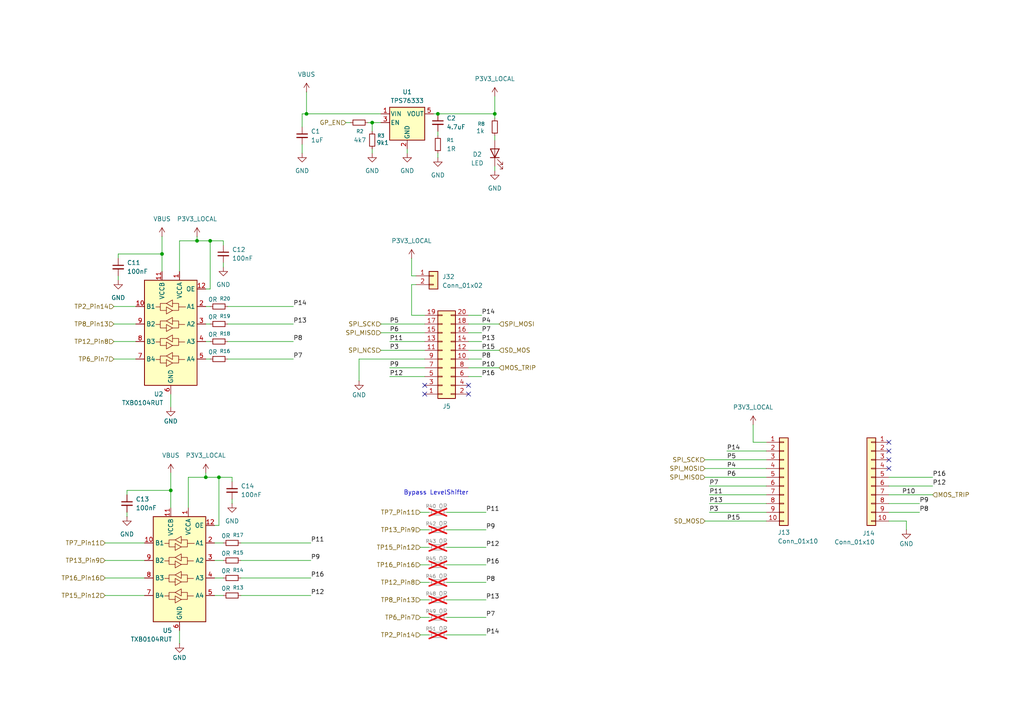
<source format=kicad_sch>
(kicad_sch
	(version 20250114)
	(generator "eeschema")
	(generator_version "9.0")
	(uuid "6b66548f-dcf9-4a4b-a253-363dac9c48dc")
	(paper "A4")
	(lib_symbols
		(symbol "Connector_Generic:Conn_01x02"
			(pin_names
				(offset 1.016)
				(hide yes)
			)
			(exclude_from_sim no)
			(in_bom yes)
			(on_board yes)
			(property "Reference" "J"
				(at 0 2.54 0)
				(effects
					(font
						(size 1.27 1.27)
					)
				)
			)
			(property "Value" "Conn_01x02"
				(at 0 -5.08 0)
				(effects
					(font
						(size 1.27 1.27)
					)
				)
			)
			(property "Footprint" ""
				(at 0 0 0)
				(effects
					(font
						(size 1.27 1.27)
					)
					(hide yes)
				)
			)
			(property "Datasheet" "~"
				(at 0 0 0)
				(effects
					(font
						(size 1.27 1.27)
					)
					(hide yes)
				)
			)
			(property "Description" "Generic connector, single row, 01x02, script generated (kicad-library-utils/schlib/autogen/connector/)"
				(at 0 0 0)
				(effects
					(font
						(size 1.27 1.27)
					)
					(hide yes)
				)
			)
			(property "ki_keywords" "connector"
				(at 0 0 0)
				(effects
					(font
						(size 1.27 1.27)
					)
					(hide yes)
				)
			)
			(property "ki_fp_filters" "Connector*:*_1x??_*"
				(at 0 0 0)
				(effects
					(font
						(size 1.27 1.27)
					)
					(hide yes)
				)
			)
			(symbol "Conn_01x02_1_1"
				(rectangle
					(start -1.27 1.27)
					(end 1.27 -3.81)
					(stroke
						(width 0.254)
						(type default)
					)
					(fill
						(type background)
					)
				)
				(rectangle
					(start -1.27 0.127)
					(end 0 -0.127)
					(stroke
						(width 0.1524)
						(type default)
					)
					(fill
						(type none)
					)
				)
				(rectangle
					(start -1.27 -2.413)
					(end 0 -2.667)
					(stroke
						(width 0.1524)
						(type default)
					)
					(fill
						(type none)
					)
				)
				(pin passive line
					(at -5.08 0 0)
					(length 3.81)
					(name "Pin_1"
						(effects
							(font
								(size 1.27 1.27)
							)
						)
					)
					(number "1"
						(effects
							(font
								(size 1.27 1.27)
							)
						)
					)
				)
				(pin passive line
					(at -5.08 -2.54 0)
					(length 3.81)
					(name "Pin_2"
						(effects
							(font
								(size 1.27 1.27)
							)
						)
					)
					(number "2"
						(effects
							(font
								(size 1.27 1.27)
							)
						)
					)
				)
			)
			(embedded_fonts no)
		)
		(symbol "Connector_Generic:Conn_01x10"
			(pin_names
				(offset 1.016)
				(hide yes)
			)
			(exclude_from_sim no)
			(in_bom yes)
			(on_board yes)
			(property "Reference" "J"
				(at 0 12.7 0)
				(effects
					(font
						(size 1.27 1.27)
					)
				)
			)
			(property "Value" "Conn_01x10"
				(at 0 -15.24 0)
				(effects
					(font
						(size 1.27 1.27)
					)
				)
			)
			(property "Footprint" ""
				(at 0 0 0)
				(effects
					(font
						(size 1.27 1.27)
					)
					(hide yes)
				)
			)
			(property "Datasheet" "~"
				(at 0 0 0)
				(effects
					(font
						(size 1.27 1.27)
					)
					(hide yes)
				)
			)
			(property "Description" "Generic connector, single row, 01x10, script generated (kicad-library-utils/schlib/autogen/connector/)"
				(at 0 0 0)
				(effects
					(font
						(size 1.27 1.27)
					)
					(hide yes)
				)
			)
			(property "ki_keywords" "connector"
				(at 0 0 0)
				(effects
					(font
						(size 1.27 1.27)
					)
					(hide yes)
				)
			)
			(property "ki_fp_filters" "Connector*:*_1x??_*"
				(at 0 0 0)
				(effects
					(font
						(size 1.27 1.27)
					)
					(hide yes)
				)
			)
			(symbol "Conn_01x10_1_1"
				(rectangle
					(start -1.27 11.43)
					(end 1.27 -13.97)
					(stroke
						(width 0.254)
						(type default)
					)
					(fill
						(type background)
					)
				)
				(rectangle
					(start -1.27 10.287)
					(end 0 10.033)
					(stroke
						(width 0.1524)
						(type default)
					)
					(fill
						(type none)
					)
				)
				(rectangle
					(start -1.27 7.747)
					(end 0 7.493)
					(stroke
						(width 0.1524)
						(type default)
					)
					(fill
						(type none)
					)
				)
				(rectangle
					(start -1.27 5.207)
					(end 0 4.953)
					(stroke
						(width 0.1524)
						(type default)
					)
					(fill
						(type none)
					)
				)
				(rectangle
					(start -1.27 2.667)
					(end 0 2.413)
					(stroke
						(width 0.1524)
						(type default)
					)
					(fill
						(type none)
					)
				)
				(rectangle
					(start -1.27 0.127)
					(end 0 -0.127)
					(stroke
						(width 0.1524)
						(type default)
					)
					(fill
						(type none)
					)
				)
				(rectangle
					(start -1.27 -2.413)
					(end 0 -2.667)
					(stroke
						(width 0.1524)
						(type default)
					)
					(fill
						(type none)
					)
				)
				(rectangle
					(start -1.27 -4.953)
					(end 0 -5.207)
					(stroke
						(width 0.1524)
						(type default)
					)
					(fill
						(type none)
					)
				)
				(rectangle
					(start -1.27 -7.493)
					(end 0 -7.747)
					(stroke
						(width 0.1524)
						(type default)
					)
					(fill
						(type none)
					)
				)
				(rectangle
					(start -1.27 -10.033)
					(end 0 -10.287)
					(stroke
						(width 0.1524)
						(type default)
					)
					(fill
						(type none)
					)
				)
				(rectangle
					(start -1.27 -12.573)
					(end 0 -12.827)
					(stroke
						(width 0.1524)
						(type default)
					)
					(fill
						(type none)
					)
				)
				(pin passive line
					(at -5.08 10.16 0)
					(length 3.81)
					(name "Pin_1"
						(effects
							(font
								(size 1.27 1.27)
							)
						)
					)
					(number "1"
						(effects
							(font
								(size 1.27 1.27)
							)
						)
					)
				)
				(pin passive line
					(at -5.08 7.62 0)
					(length 3.81)
					(name "Pin_2"
						(effects
							(font
								(size 1.27 1.27)
							)
						)
					)
					(number "2"
						(effects
							(font
								(size 1.27 1.27)
							)
						)
					)
				)
				(pin passive line
					(at -5.08 5.08 0)
					(length 3.81)
					(name "Pin_3"
						(effects
							(font
								(size 1.27 1.27)
							)
						)
					)
					(number "3"
						(effects
							(font
								(size 1.27 1.27)
							)
						)
					)
				)
				(pin passive line
					(at -5.08 2.54 0)
					(length 3.81)
					(name "Pin_4"
						(effects
							(font
								(size 1.27 1.27)
							)
						)
					)
					(number "4"
						(effects
							(font
								(size 1.27 1.27)
							)
						)
					)
				)
				(pin passive line
					(at -5.08 0 0)
					(length 3.81)
					(name "Pin_5"
						(effects
							(font
								(size 1.27 1.27)
							)
						)
					)
					(number "5"
						(effects
							(font
								(size 1.27 1.27)
							)
						)
					)
				)
				(pin passive line
					(at -5.08 -2.54 0)
					(length 3.81)
					(name "Pin_6"
						(effects
							(font
								(size 1.27 1.27)
							)
						)
					)
					(number "6"
						(effects
							(font
								(size 1.27 1.27)
							)
						)
					)
				)
				(pin passive line
					(at -5.08 -5.08 0)
					(length 3.81)
					(name "Pin_7"
						(effects
							(font
								(size 1.27 1.27)
							)
						)
					)
					(number "7"
						(effects
							(font
								(size 1.27 1.27)
							)
						)
					)
				)
				(pin passive line
					(at -5.08 -7.62 0)
					(length 3.81)
					(name "Pin_8"
						(effects
							(font
								(size 1.27 1.27)
							)
						)
					)
					(number "8"
						(effects
							(font
								(size 1.27 1.27)
							)
						)
					)
				)
				(pin passive line
					(at -5.08 -10.16 0)
					(length 3.81)
					(name "Pin_9"
						(effects
							(font
								(size 1.27 1.27)
							)
						)
					)
					(number "9"
						(effects
							(font
								(size 1.27 1.27)
							)
						)
					)
				)
				(pin passive line
					(at -5.08 -12.7 0)
					(length 3.81)
					(name "Pin_10"
						(effects
							(font
								(size 1.27 1.27)
							)
						)
					)
					(number "10"
						(effects
							(font
								(size 1.27 1.27)
							)
						)
					)
				)
			)
			(embedded_fonts no)
		)
		(symbol "Connector_Generic:Conn_02x10_Odd_Even"
			(pin_names
				(offset 1.016)
				(hide yes)
			)
			(exclude_from_sim no)
			(in_bom yes)
			(on_board yes)
			(property "Reference" "J"
				(at 1.27 12.7 0)
				(effects
					(font
						(size 1.27 1.27)
					)
				)
			)
			(property "Value" "Conn_02x10_Odd_Even"
				(at 1.27 -15.24 0)
				(effects
					(font
						(size 1.27 1.27)
					)
				)
			)
			(property "Footprint" ""
				(at 0 0 0)
				(effects
					(font
						(size 1.27 1.27)
					)
					(hide yes)
				)
			)
			(property "Datasheet" "~"
				(at 0 0 0)
				(effects
					(font
						(size 1.27 1.27)
					)
					(hide yes)
				)
			)
			(property "Description" "Generic connector, double row, 02x10, odd/even pin numbering scheme (row 1 odd numbers, row 2 even numbers), script generated (kicad-library-utils/schlib/autogen/connector/)"
				(at 0 0 0)
				(effects
					(font
						(size 1.27 1.27)
					)
					(hide yes)
				)
			)
			(property "ki_keywords" "connector"
				(at 0 0 0)
				(effects
					(font
						(size 1.27 1.27)
					)
					(hide yes)
				)
			)
			(property "ki_fp_filters" "Connector*:*_2x??_*"
				(at 0 0 0)
				(effects
					(font
						(size 1.27 1.27)
					)
					(hide yes)
				)
			)
			(symbol "Conn_02x10_Odd_Even_1_1"
				(rectangle
					(start -1.27 11.43)
					(end 3.81 -13.97)
					(stroke
						(width 0.254)
						(type default)
					)
					(fill
						(type background)
					)
				)
				(rectangle
					(start -1.27 10.287)
					(end 0 10.033)
					(stroke
						(width 0.1524)
						(type default)
					)
					(fill
						(type none)
					)
				)
				(rectangle
					(start -1.27 7.747)
					(end 0 7.493)
					(stroke
						(width 0.1524)
						(type default)
					)
					(fill
						(type none)
					)
				)
				(rectangle
					(start -1.27 5.207)
					(end 0 4.953)
					(stroke
						(width 0.1524)
						(type default)
					)
					(fill
						(type none)
					)
				)
				(rectangle
					(start -1.27 2.667)
					(end 0 2.413)
					(stroke
						(width 0.1524)
						(type default)
					)
					(fill
						(type none)
					)
				)
				(rectangle
					(start -1.27 0.127)
					(end 0 -0.127)
					(stroke
						(width 0.1524)
						(type default)
					)
					(fill
						(type none)
					)
				)
				(rectangle
					(start -1.27 -2.413)
					(end 0 -2.667)
					(stroke
						(width 0.1524)
						(type default)
					)
					(fill
						(type none)
					)
				)
				(rectangle
					(start -1.27 -4.953)
					(end 0 -5.207)
					(stroke
						(width 0.1524)
						(type default)
					)
					(fill
						(type none)
					)
				)
				(rectangle
					(start -1.27 -7.493)
					(end 0 -7.747)
					(stroke
						(width 0.1524)
						(type default)
					)
					(fill
						(type none)
					)
				)
				(rectangle
					(start -1.27 -10.033)
					(end 0 -10.287)
					(stroke
						(width 0.1524)
						(type default)
					)
					(fill
						(type none)
					)
				)
				(rectangle
					(start -1.27 -12.573)
					(end 0 -12.827)
					(stroke
						(width 0.1524)
						(type default)
					)
					(fill
						(type none)
					)
				)
				(rectangle
					(start 3.81 10.287)
					(end 2.54 10.033)
					(stroke
						(width 0.1524)
						(type default)
					)
					(fill
						(type none)
					)
				)
				(rectangle
					(start 3.81 7.747)
					(end 2.54 7.493)
					(stroke
						(width 0.1524)
						(type default)
					)
					(fill
						(type none)
					)
				)
				(rectangle
					(start 3.81 5.207)
					(end 2.54 4.953)
					(stroke
						(width 0.1524)
						(type default)
					)
					(fill
						(type none)
					)
				)
				(rectangle
					(start 3.81 2.667)
					(end 2.54 2.413)
					(stroke
						(width 0.1524)
						(type default)
					)
					(fill
						(type none)
					)
				)
				(rectangle
					(start 3.81 0.127)
					(end 2.54 -0.127)
					(stroke
						(width 0.1524)
						(type default)
					)
					(fill
						(type none)
					)
				)
				(rectangle
					(start 3.81 -2.413)
					(end 2.54 -2.667)
					(stroke
						(width 0.1524)
						(type default)
					)
					(fill
						(type none)
					)
				)
				(rectangle
					(start 3.81 -4.953)
					(end 2.54 -5.207)
					(stroke
						(width 0.1524)
						(type default)
					)
					(fill
						(type none)
					)
				)
				(rectangle
					(start 3.81 -7.493)
					(end 2.54 -7.747)
					(stroke
						(width 0.1524)
						(type default)
					)
					(fill
						(type none)
					)
				)
				(rectangle
					(start 3.81 -10.033)
					(end 2.54 -10.287)
					(stroke
						(width 0.1524)
						(type default)
					)
					(fill
						(type none)
					)
				)
				(rectangle
					(start 3.81 -12.573)
					(end 2.54 -12.827)
					(stroke
						(width 0.1524)
						(type default)
					)
					(fill
						(type none)
					)
				)
				(pin passive line
					(at -5.08 10.16 0)
					(length 3.81)
					(name "Pin_1"
						(effects
							(font
								(size 1.27 1.27)
							)
						)
					)
					(number "1"
						(effects
							(font
								(size 1.27 1.27)
							)
						)
					)
				)
				(pin passive line
					(at -5.08 7.62 0)
					(length 3.81)
					(name "Pin_3"
						(effects
							(font
								(size 1.27 1.27)
							)
						)
					)
					(number "3"
						(effects
							(font
								(size 1.27 1.27)
							)
						)
					)
				)
				(pin passive line
					(at -5.08 5.08 0)
					(length 3.81)
					(name "Pin_5"
						(effects
							(font
								(size 1.27 1.27)
							)
						)
					)
					(number "5"
						(effects
							(font
								(size 1.27 1.27)
							)
						)
					)
				)
				(pin passive line
					(at -5.08 2.54 0)
					(length 3.81)
					(name "Pin_7"
						(effects
							(font
								(size 1.27 1.27)
							)
						)
					)
					(number "7"
						(effects
							(font
								(size 1.27 1.27)
							)
						)
					)
				)
				(pin passive line
					(at -5.08 0 0)
					(length 3.81)
					(name "Pin_9"
						(effects
							(font
								(size 1.27 1.27)
							)
						)
					)
					(number "9"
						(effects
							(font
								(size 1.27 1.27)
							)
						)
					)
				)
				(pin passive line
					(at -5.08 -2.54 0)
					(length 3.81)
					(name "Pin_11"
						(effects
							(font
								(size 1.27 1.27)
							)
						)
					)
					(number "11"
						(effects
							(font
								(size 1.27 1.27)
							)
						)
					)
				)
				(pin passive line
					(at -5.08 -5.08 0)
					(length 3.81)
					(name "Pin_13"
						(effects
							(font
								(size 1.27 1.27)
							)
						)
					)
					(number "13"
						(effects
							(font
								(size 1.27 1.27)
							)
						)
					)
				)
				(pin passive line
					(at -5.08 -7.62 0)
					(length 3.81)
					(name "Pin_15"
						(effects
							(font
								(size 1.27 1.27)
							)
						)
					)
					(number "15"
						(effects
							(font
								(size 1.27 1.27)
							)
						)
					)
				)
				(pin passive line
					(at -5.08 -10.16 0)
					(length 3.81)
					(name "Pin_17"
						(effects
							(font
								(size 1.27 1.27)
							)
						)
					)
					(number "17"
						(effects
							(font
								(size 1.27 1.27)
							)
						)
					)
				)
				(pin passive line
					(at -5.08 -12.7 0)
					(length 3.81)
					(name "Pin_19"
						(effects
							(font
								(size 1.27 1.27)
							)
						)
					)
					(number "19"
						(effects
							(font
								(size 1.27 1.27)
							)
						)
					)
				)
				(pin passive line
					(at 7.62 10.16 180)
					(length 3.81)
					(name "Pin_2"
						(effects
							(font
								(size 1.27 1.27)
							)
						)
					)
					(number "2"
						(effects
							(font
								(size 1.27 1.27)
							)
						)
					)
				)
				(pin passive line
					(at 7.62 7.62 180)
					(length 3.81)
					(name "Pin_4"
						(effects
							(font
								(size 1.27 1.27)
							)
						)
					)
					(number "4"
						(effects
							(font
								(size 1.27 1.27)
							)
						)
					)
				)
				(pin passive line
					(at 7.62 5.08 180)
					(length 3.81)
					(name "Pin_6"
						(effects
							(font
								(size 1.27 1.27)
							)
						)
					)
					(number "6"
						(effects
							(font
								(size 1.27 1.27)
							)
						)
					)
				)
				(pin passive line
					(at 7.62 2.54 180)
					(length 3.81)
					(name "Pin_8"
						(effects
							(font
								(size 1.27 1.27)
							)
						)
					)
					(number "8"
						(effects
							(font
								(size 1.27 1.27)
							)
						)
					)
				)
				(pin passive line
					(at 7.62 0 180)
					(length 3.81)
					(name "Pin_10"
						(effects
							(font
								(size 1.27 1.27)
							)
						)
					)
					(number "10"
						(effects
							(font
								(size 1.27 1.27)
							)
						)
					)
				)
				(pin passive line
					(at 7.62 -2.54 180)
					(length 3.81)
					(name "Pin_12"
						(effects
							(font
								(size 1.27 1.27)
							)
						)
					)
					(number "12"
						(effects
							(font
								(size 1.27 1.27)
							)
						)
					)
				)
				(pin passive line
					(at 7.62 -5.08 180)
					(length 3.81)
					(name "Pin_14"
						(effects
							(font
								(size 1.27 1.27)
							)
						)
					)
					(number "14"
						(effects
							(font
								(size 1.27 1.27)
							)
						)
					)
				)
				(pin passive line
					(at 7.62 -7.62 180)
					(length 3.81)
					(name "Pin_16"
						(effects
							(font
								(size 1.27 1.27)
							)
						)
					)
					(number "16"
						(effects
							(font
								(size 1.27 1.27)
							)
						)
					)
				)
				(pin passive line
					(at 7.62 -10.16 180)
					(length 3.81)
					(name "Pin_18"
						(effects
							(font
								(size 1.27 1.27)
							)
						)
					)
					(number "18"
						(effects
							(font
								(size 1.27 1.27)
							)
						)
					)
				)
				(pin passive line
					(at 7.62 -12.7 180)
					(length 3.81)
					(name "Pin_20"
						(effects
							(font
								(size 1.27 1.27)
							)
						)
					)
					(number "20"
						(effects
							(font
								(size 1.27 1.27)
							)
						)
					)
				)
			)
			(embedded_fonts no)
		)
		(symbol "Device:C_Small"
			(pin_numbers
				(hide yes)
			)
			(pin_names
				(offset 0.254)
				(hide yes)
			)
			(exclude_from_sim no)
			(in_bom yes)
			(on_board yes)
			(property "Reference" "C"
				(at 0.254 1.778 0)
				(effects
					(font
						(size 1.27 1.27)
					)
					(justify left)
				)
			)
			(property "Value" "C_Small"
				(at 0.254 -2.032 0)
				(effects
					(font
						(size 1.27 1.27)
					)
					(justify left)
				)
			)
			(property "Footprint" ""
				(at 0 0 0)
				(effects
					(font
						(size 1.27 1.27)
					)
					(hide yes)
				)
			)
			(property "Datasheet" "~"
				(at 0 0 0)
				(effects
					(font
						(size 1.27 1.27)
					)
					(hide yes)
				)
			)
			(property "Description" "Unpolarized capacitor, small symbol"
				(at 0 0 0)
				(effects
					(font
						(size 1.27 1.27)
					)
					(hide yes)
				)
			)
			(property "ki_keywords" "capacitor cap"
				(at 0 0 0)
				(effects
					(font
						(size 1.27 1.27)
					)
					(hide yes)
				)
			)
			(property "ki_fp_filters" "C_*"
				(at 0 0 0)
				(effects
					(font
						(size 1.27 1.27)
					)
					(hide yes)
				)
			)
			(symbol "C_Small_0_1"
				(polyline
					(pts
						(xy -1.524 0.508) (xy 1.524 0.508)
					)
					(stroke
						(width 0.3048)
						(type default)
					)
					(fill
						(type none)
					)
				)
				(polyline
					(pts
						(xy -1.524 -0.508) (xy 1.524 -0.508)
					)
					(stroke
						(width 0.3302)
						(type default)
					)
					(fill
						(type none)
					)
				)
			)
			(symbol "C_Small_1_1"
				(pin passive line
					(at 0 2.54 270)
					(length 2.032)
					(name "~"
						(effects
							(font
								(size 1.27 1.27)
							)
						)
					)
					(number "1"
						(effects
							(font
								(size 1.27 1.27)
							)
						)
					)
				)
				(pin passive line
					(at 0 -2.54 90)
					(length 2.032)
					(name "~"
						(effects
							(font
								(size 1.27 1.27)
							)
						)
					)
					(number "2"
						(effects
							(font
								(size 1.27 1.27)
							)
						)
					)
				)
			)
			(embedded_fonts no)
		)
		(symbol "Device:LED"
			(pin_numbers
				(hide yes)
			)
			(pin_names
				(offset 1.016)
				(hide yes)
			)
			(exclude_from_sim no)
			(in_bom yes)
			(on_board yes)
			(property "Reference" "D"
				(at 0 2.54 0)
				(effects
					(font
						(size 1.27 1.27)
					)
				)
			)
			(property "Value" "LED"
				(at 0 -2.54 0)
				(effects
					(font
						(size 1.27 1.27)
					)
				)
			)
			(property "Footprint" ""
				(at 0 0 0)
				(effects
					(font
						(size 1.27 1.27)
					)
					(hide yes)
				)
			)
			(property "Datasheet" "~"
				(at 0 0 0)
				(effects
					(font
						(size 1.27 1.27)
					)
					(hide yes)
				)
			)
			(property "Description" "Light emitting diode"
				(at 0 0 0)
				(effects
					(font
						(size 1.27 1.27)
					)
					(hide yes)
				)
			)
			(property "Sim.Pins" "1=K 2=A"
				(at 0 0 0)
				(effects
					(font
						(size 1.27 1.27)
					)
					(hide yes)
				)
			)
			(property "ki_keywords" "LED diode"
				(at 0 0 0)
				(effects
					(font
						(size 1.27 1.27)
					)
					(hide yes)
				)
			)
			(property "ki_fp_filters" "LED* LED_SMD:* LED_THT:*"
				(at 0 0 0)
				(effects
					(font
						(size 1.27 1.27)
					)
					(hide yes)
				)
			)
			(symbol "LED_0_1"
				(polyline
					(pts
						(xy -3.048 -0.762) (xy -4.572 -2.286) (xy -3.81 -2.286) (xy -4.572 -2.286) (xy -4.572 -1.524)
					)
					(stroke
						(width 0)
						(type default)
					)
					(fill
						(type none)
					)
				)
				(polyline
					(pts
						(xy -1.778 -0.762) (xy -3.302 -2.286) (xy -2.54 -2.286) (xy -3.302 -2.286) (xy -3.302 -1.524)
					)
					(stroke
						(width 0)
						(type default)
					)
					(fill
						(type none)
					)
				)
				(polyline
					(pts
						(xy -1.27 0) (xy 1.27 0)
					)
					(stroke
						(width 0)
						(type default)
					)
					(fill
						(type none)
					)
				)
				(polyline
					(pts
						(xy -1.27 -1.27) (xy -1.27 1.27)
					)
					(stroke
						(width 0.254)
						(type default)
					)
					(fill
						(type none)
					)
				)
				(polyline
					(pts
						(xy 1.27 -1.27) (xy 1.27 1.27) (xy -1.27 0) (xy 1.27 -1.27)
					)
					(stroke
						(width 0.254)
						(type default)
					)
					(fill
						(type none)
					)
				)
			)
			(symbol "LED_1_1"
				(pin passive line
					(at -3.81 0 0)
					(length 2.54)
					(name "K"
						(effects
							(font
								(size 1.27 1.27)
							)
						)
					)
					(number "1"
						(effects
							(font
								(size 1.27 1.27)
							)
						)
					)
				)
				(pin passive line
					(at 3.81 0 180)
					(length 2.54)
					(name "A"
						(effects
							(font
								(size 1.27 1.27)
							)
						)
					)
					(number "2"
						(effects
							(font
								(size 1.27 1.27)
							)
						)
					)
				)
			)
			(embedded_fonts no)
		)
		(symbol "Device:R_Small"
			(pin_numbers
				(hide yes)
			)
			(pin_names
				(offset 0.254)
				(hide yes)
			)
			(exclude_from_sim no)
			(in_bom yes)
			(on_board yes)
			(property "Reference" "R"
				(at 0 0 90)
				(effects
					(font
						(size 1.016 1.016)
					)
				)
			)
			(property "Value" "R_Small"
				(at 1.778 0 90)
				(effects
					(font
						(size 1.27 1.27)
					)
				)
			)
			(property "Footprint" ""
				(at 0 0 0)
				(effects
					(font
						(size 1.27 1.27)
					)
					(hide yes)
				)
			)
			(property "Datasheet" "~"
				(at 0 0 0)
				(effects
					(font
						(size 1.27 1.27)
					)
					(hide yes)
				)
			)
			(property "Description" "Resistor, small symbol"
				(at 0 0 0)
				(effects
					(font
						(size 1.27 1.27)
					)
					(hide yes)
				)
			)
			(property "ki_keywords" "R resistor"
				(at 0 0 0)
				(effects
					(font
						(size 1.27 1.27)
					)
					(hide yes)
				)
			)
			(property "ki_fp_filters" "R_*"
				(at 0 0 0)
				(effects
					(font
						(size 1.27 1.27)
					)
					(hide yes)
				)
			)
			(symbol "R_Small_0_1"
				(rectangle
					(start -0.762 1.778)
					(end 0.762 -1.778)
					(stroke
						(width 0.2032)
						(type default)
					)
					(fill
						(type none)
					)
				)
			)
			(symbol "R_Small_1_1"
				(pin passive line
					(at 0 2.54 270)
					(length 0.762)
					(name "~"
						(effects
							(font
								(size 1.27 1.27)
							)
						)
					)
					(number "1"
						(effects
							(font
								(size 1.27 1.27)
							)
						)
					)
				)
				(pin passive line
					(at 0 -2.54 90)
					(length 0.762)
					(name "~"
						(effects
							(font
								(size 1.27 1.27)
							)
						)
					)
					(number "2"
						(effects
							(font
								(size 1.27 1.27)
							)
						)
					)
				)
			)
			(embedded_fonts no)
		)
		(symbol "Logic_LevelTranslator:TXB0104RUT"
			(exclude_from_sim no)
			(in_bom yes)
			(on_board yes)
			(property "Reference" "U"
				(at -6.35 16.51 0)
				(effects
					(font
						(size 1.27 1.27)
					)
				)
			)
			(property "Value" "TXB0104RUT"
				(at 3.81 16.51 0)
				(effects
					(font
						(size 1.27 1.27)
					)
					(justify left)
				)
			)
			(property "Footprint" "Package_DFN_QFN:Texas_R-PUQFN-N12"
				(at 0 -19.05 0)
				(effects
					(font
						(size 1.27 1.27)
					)
					(hide yes)
				)
			)
			(property "Datasheet" "http://www.ti.com/lit/ds/symlink/txb0104.pdf"
				(at 2.794 2.413 0)
				(effects
					(font
						(size 1.27 1.27)
					)
					(hide yes)
				)
			)
			(property "Description" "4-Bit Bidirectional Voltage-Level Translator, Auto Direction Sensing and ±15-kV ESD Protection, 1.2 - 3.6V APort, 1.65 - 5.5V BPort, Texas_PUQFN-12"
				(at 0 0 0)
				(effects
					(font
						(size 1.27 1.27)
					)
					(hide yes)
				)
			)
			(property "ki_keywords" "Level-Shifter CMOS-TTL-Translation"
				(at 0 0 0)
				(effects
					(font
						(size 1.27 1.27)
					)
					(hide yes)
				)
			)
			(property "ki_fp_filters" "Texas*R*PUQFN*N12*"
				(at 0 0 0)
				(effects
					(font
						(size 1.27 1.27)
					)
					(hide yes)
				)
			)
			(symbol "TXB0104RUT_0_1"
				(rectangle
					(start -7.62 15.24)
					(end 7.62 -15.24)
					(stroke
						(width 0.254)
						(type default)
					)
					(fill
						(type background)
					)
				)
				(polyline
					(pts
						(xy -2.286 7.493) (xy -2.286 8.509) (xy -0.508 8.509)
					)
					(stroke
						(width 0)
						(type default)
					)
					(fill
						(type none)
					)
				)
				(polyline
					(pts
						(xy -2.286 2.413) (xy -2.286 3.429) (xy -0.508 3.429)
					)
					(stroke
						(width 0)
						(type default)
					)
					(fill
						(type none)
					)
				)
				(polyline
					(pts
						(xy -2.286 -2.667) (xy -2.286 -1.651) (xy -0.508 -1.651)
					)
					(stroke
						(width 0)
						(type default)
					)
					(fill
						(type none)
					)
				)
				(polyline
					(pts
						(xy -2.286 -7.747) (xy -2.286 -6.731) (xy -0.508 -6.731)
					)
					(stroke
						(width 0)
						(type default)
					)
					(fill
						(type none)
					)
				)
				(polyline
					(pts
						(xy -0.508 6.477) (xy -2.286 6.477) (xy -2.286 7.493) (xy -4.318 7.493)
					)
					(stroke
						(width 0)
						(type default)
					)
					(fill
						(type none)
					)
				)
				(polyline
					(pts
						(xy -0.508 6.477) (xy 1.27 7.493) (xy 1.27 5.461) (xy -0.508 6.477)
					)
					(stroke
						(width 0)
						(type default)
					)
					(fill
						(type none)
					)
				)
				(polyline
					(pts
						(xy -0.508 1.397) (xy -2.286 1.397) (xy -2.286 2.413) (xy -4.064 2.413)
					)
					(stroke
						(width 0)
						(type default)
					)
					(fill
						(type none)
					)
				)
				(polyline
					(pts
						(xy -0.508 1.397) (xy 1.27 2.413) (xy 1.27 0.381) (xy -0.508 1.397)
					)
					(stroke
						(width 0)
						(type default)
					)
					(fill
						(type none)
					)
				)
				(polyline
					(pts
						(xy -0.508 -3.683) (xy -2.286 -3.683) (xy -2.286 -2.667) (xy -4.064 -2.667)
					)
					(stroke
						(width 0)
						(type default)
					)
					(fill
						(type none)
					)
				)
				(polyline
					(pts
						(xy -0.508 -3.683) (xy 1.27 -2.667) (xy 1.27 -4.699) (xy -0.508 -3.683)
					)
					(stroke
						(width 0)
						(type default)
					)
					(fill
						(type none)
					)
				)
				(polyline
					(pts
						(xy -0.508 -8.763) (xy -2.286 -8.763) (xy -2.286 -7.747) (xy -4.064 -7.747)
					)
					(stroke
						(width 0)
						(type default)
					)
					(fill
						(type none)
					)
				)
				(polyline
					(pts
						(xy -0.508 -8.763) (xy 1.27 -7.747) (xy 1.27 -9.779) (xy -0.508 -8.763)
					)
					(stroke
						(width 0)
						(type default)
					)
					(fill
						(type none)
					)
				)
				(polyline
					(pts
						(xy 1.27 8.509) (xy -0.508 7.493) (xy -0.508 9.525) (xy 1.27 8.509)
					)
					(stroke
						(width 0)
						(type default)
					)
					(fill
						(type none)
					)
				)
				(polyline
					(pts
						(xy 1.27 8.509) (xy 3.048 8.509) (xy 3.048 7.493) (xy 4.318 7.493)
					)
					(stroke
						(width 0)
						(type default)
					)
					(fill
						(type none)
					)
				)
				(polyline
					(pts
						(xy 1.27 3.429) (xy -0.508 2.413) (xy -0.508 4.445) (xy 1.27 3.429)
					)
					(stroke
						(width 0)
						(type default)
					)
					(fill
						(type none)
					)
				)
				(polyline
					(pts
						(xy 1.27 3.429) (xy 3.048 3.429) (xy 3.048 2.413) (xy 4.318 2.413)
					)
					(stroke
						(width 0)
						(type default)
					)
					(fill
						(type none)
					)
				)
				(polyline
					(pts
						(xy 1.27 -1.651) (xy -0.508 -2.667) (xy -0.508 -0.635) (xy 1.27 -1.651)
					)
					(stroke
						(width 0)
						(type default)
					)
					(fill
						(type none)
					)
				)
				(polyline
					(pts
						(xy 1.27 -1.651) (xy 3.048 -1.651) (xy 3.048 -2.667) (xy 4.318 -2.667)
					)
					(stroke
						(width 0)
						(type default)
					)
					(fill
						(type none)
					)
				)
				(polyline
					(pts
						(xy 1.27 -6.731) (xy -0.508 -7.747) (xy -0.508 -5.715) (xy 1.27 -6.731)
					)
					(stroke
						(width 0)
						(type default)
					)
					(fill
						(type none)
					)
				)
				(polyline
					(pts
						(xy 1.27 -6.731) (xy 3.048 -6.731) (xy 3.048 -7.747) (xy 4.318 -7.747)
					)
					(stroke
						(width 0)
						(type default)
					)
					(fill
						(type none)
					)
				)
				(polyline
					(pts
						(xy 3.048 7.493) (xy 3.048 6.477) (xy 1.27 6.477)
					)
					(stroke
						(width 0)
						(type default)
					)
					(fill
						(type none)
					)
				)
				(polyline
					(pts
						(xy 3.048 2.413) (xy 3.048 1.397) (xy 1.27 1.397)
					)
					(stroke
						(width 0)
						(type default)
					)
					(fill
						(type none)
					)
				)
				(polyline
					(pts
						(xy 3.048 -2.667) (xy 3.048 -3.683) (xy 1.27 -3.683)
					)
					(stroke
						(width 0)
						(type default)
					)
					(fill
						(type none)
					)
				)
				(polyline
					(pts
						(xy 3.048 -7.747) (xy 3.048 -8.763) (xy 1.27 -8.763)
					)
					(stroke
						(width 0)
						(type default)
					)
					(fill
						(type none)
					)
				)
			)
			(symbol "TXB0104RUT_1_1"
				(pin input line
					(at -10.16 12.7 0)
					(length 2.54)
					(name "OE"
						(effects
							(font
								(size 1.27 1.27)
							)
						)
					)
					(number "12"
						(effects
							(font
								(size 1.27 1.27)
							)
						)
					)
				)
				(pin tri_state line
					(at -10.16 7.62 0)
					(length 2.54)
					(name "A1"
						(effects
							(font
								(size 1.27 1.27)
							)
						)
					)
					(number "2"
						(effects
							(font
								(size 1.27 1.27)
							)
						)
					)
				)
				(pin tri_state line
					(at -10.16 2.54 0)
					(length 2.54)
					(name "A2"
						(effects
							(font
								(size 1.27 1.27)
							)
						)
					)
					(number "3"
						(effects
							(font
								(size 1.27 1.27)
							)
						)
					)
				)
				(pin tri_state line
					(at -10.16 -2.54 0)
					(length 2.54)
					(name "A3"
						(effects
							(font
								(size 1.27 1.27)
							)
						)
					)
					(number "4"
						(effects
							(font
								(size 1.27 1.27)
							)
						)
					)
				)
				(pin tri_state line
					(at -10.16 -7.62 0)
					(length 2.54)
					(name "A4"
						(effects
							(font
								(size 1.27 1.27)
							)
						)
					)
					(number "5"
						(effects
							(font
								(size 1.27 1.27)
							)
						)
					)
				)
				(pin power_in line
					(at -2.54 17.78 270)
					(length 2.54)
					(name "VCCA"
						(effects
							(font
								(size 1.27 1.27)
							)
						)
					)
					(number "1"
						(effects
							(font
								(size 1.27 1.27)
							)
						)
					)
				)
				(pin power_in line
					(at 0 -17.78 90)
					(length 2.54)
					(name "GND"
						(effects
							(font
								(size 1.27 1.27)
							)
						)
					)
					(number "6"
						(effects
							(font
								(size 1.27 1.27)
							)
						)
					)
				)
				(pin power_in line
					(at 2.54 17.78 270)
					(length 2.54)
					(name "VCCB"
						(effects
							(font
								(size 1.27 1.27)
							)
						)
					)
					(number "11"
						(effects
							(font
								(size 1.27 1.27)
							)
						)
					)
				)
				(pin tri_state line
					(at 10.16 7.62 180)
					(length 2.54)
					(name "B1"
						(effects
							(font
								(size 1.27 1.27)
							)
						)
					)
					(number "10"
						(effects
							(font
								(size 1.27 1.27)
							)
						)
					)
				)
				(pin tri_state line
					(at 10.16 2.54 180)
					(length 2.54)
					(name "B2"
						(effects
							(font
								(size 1.27 1.27)
							)
						)
					)
					(number "9"
						(effects
							(font
								(size 1.27 1.27)
							)
						)
					)
				)
				(pin tri_state line
					(at 10.16 -2.54 180)
					(length 2.54)
					(name "B3"
						(effects
							(font
								(size 1.27 1.27)
							)
						)
					)
					(number "8"
						(effects
							(font
								(size 1.27 1.27)
							)
						)
					)
				)
				(pin tri_state line
					(at 10.16 -7.62 180)
					(length 2.54)
					(name "B4"
						(effects
							(font
								(size 1.27 1.27)
							)
						)
					)
					(number "7"
						(effects
							(font
								(size 1.27 1.27)
							)
						)
					)
				)
			)
			(embedded_fonts no)
		)
		(symbol "Regulator_Linear:TPS76333"
			(pin_names
				(offset 0.254)
			)
			(exclude_from_sim no)
			(in_bom yes)
			(on_board yes)
			(property "Reference" "U"
				(at -3.81 5.715 0)
				(effects
					(font
						(size 1.27 1.27)
					)
				)
			)
			(property "Value" "TPS76333"
				(at 0 5.715 0)
				(effects
					(font
						(size 1.27 1.27)
					)
					(justify left)
				)
			)
			(property "Footprint" "Package_TO_SOT_SMD:SOT-23-5"
				(at 0 8.255 0)
				(effects
					(font
						(size 1.27 1.27)
						(italic yes)
					)
					(hide yes)
				)
			)
			(property "Datasheet" "http://www.ti.com/lit/ds/symlink/tps763.pdf"
				(at 0 0 0)
				(effects
					(font
						(size 1.27 1.27)
					)
					(hide yes)
				)
			)
			(property "Description" "Low power 150mA LDO 3.3V fixed output voltage, SOT-23-5"
				(at 0 0 0)
				(effects
					(font
						(size 1.27 1.27)
					)
					(hide yes)
				)
			)
			(property "ki_keywords" "linear low dropout Regulator fixed"
				(at 0 0 0)
				(effects
					(font
						(size 1.27 1.27)
					)
					(hide yes)
				)
			)
			(property "ki_fp_filters" "SOT?23*"
				(at 0 0 0)
				(effects
					(font
						(size 1.27 1.27)
					)
					(hide yes)
				)
			)
			(symbol "TPS76333_0_1"
				(rectangle
					(start -5.08 4.445)
					(end 5.08 -5.08)
					(stroke
						(width 0.254)
						(type default)
					)
					(fill
						(type background)
					)
				)
			)
			(symbol "TPS76333_1_1"
				(pin power_in line
					(at -7.62 2.54 0)
					(length 2.54)
					(name "VIN"
						(effects
							(font
								(size 1.27 1.27)
							)
						)
					)
					(number "1"
						(effects
							(font
								(size 1.27 1.27)
							)
						)
					)
				)
				(pin input line
					(at -7.62 0 0)
					(length 2.54)
					(name "EN"
						(effects
							(font
								(size 1.27 1.27)
							)
						)
					)
					(number "3"
						(effects
							(font
								(size 1.27 1.27)
							)
						)
					)
				)
				(pin power_in line
					(at 0 -7.62 90)
					(length 2.54)
					(name "GND"
						(effects
							(font
								(size 1.27 1.27)
							)
						)
					)
					(number "2"
						(effects
							(font
								(size 1.27 1.27)
							)
						)
					)
				)
				(pin no_connect line
					(at 5.08 0 180)
					(length 2.54)
					(hide yes)
					(name "NC"
						(effects
							(font
								(size 1.27 1.27)
							)
						)
					)
					(number "4"
						(effects
							(font
								(size 1.27 1.27)
							)
						)
					)
				)
				(pin power_out line
					(at 7.62 2.54 180)
					(length 2.54)
					(name "VOUT"
						(effects
							(font
								(size 1.27 1.27)
							)
						)
					)
					(number "5"
						(effects
							(font
								(size 1.27 1.27)
							)
						)
					)
				)
			)
			(embedded_fonts no)
		)
		(symbol "power:+3.3V"
			(power)
			(pin_numbers
				(hide yes)
			)
			(pin_names
				(offset 0)
				(hide yes)
			)
			(exclude_from_sim no)
			(in_bom yes)
			(on_board yes)
			(property "Reference" "#PWR"
				(at 0 -3.81 0)
				(effects
					(font
						(size 1.27 1.27)
					)
					(hide yes)
				)
			)
			(property "Value" "+3.3V"
				(at 0 3.556 0)
				(effects
					(font
						(size 1.27 1.27)
					)
				)
			)
			(property "Footprint" ""
				(at 0 0 0)
				(effects
					(font
						(size 1.27 1.27)
					)
					(hide yes)
				)
			)
			(property "Datasheet" ""
				(at 0 0 0)
				(effects
					(font
						(size 1.27 1.27)
					)
					(hide yes)
				)
			)
			(property "Description" "Power symbol creates a global label with name \"+3.3V\""
				(at 0 0 0)
				(effects
					(font
						(size 1.27 1.27)
					)
					(hide yes)
				)
			)
			(property "ki_keywords" "global power"
				(at 0 0 0)
				(effects
					(font
						(size 1.27 1.27)
					)
					(hide yes)
				)
			)
			(symbol "+3.3V_0_1"
				(polyline
					(pts
						(xy -0.762 1.27) (xy 0 2.54)
					)
					(stroke
						(width 0)
						(type default)
					)
					(fill
						(type none)
					)
				)
				(polyline
					(pts
						(xy 0 2.54) (xy 0.762 1.27)
					)
					(stroke
						(width 0)
						(type default)
					)
					(fill
						(type none)
					)
				)
				(polyline
					(pts
						(xy 0 0) (xy 0 2.54)
					)
					(stroke
						(width 0)
						(type default)
					)
					(fill
						(type none)
					)
				)
			)
			(symbol "+3.3V_1_1"
				(pin power_in line
					(at 0 0 90)
					(length 0)
					(name "~"
						(effects
							(font
								(size 1.27 1.27)
							)
						)
					)
					(number "1"
						(effects
							(font
								(size 1.27 1.27)
							)
						)
					)
				)
			)
			(embedded_fonts no)
		)
		(symbol "power:GND"
			(power)
			(pin_numbers
				(hide yes)
			)
			(pin_names
				(offset 0)
				(hide yes)
			)
			(exclude_from_sim no)
			(in_bom yes)
			(on_board yes)
			(property "Reference" "#PWR"
				(at 0 -6.35 0)
				(effects
					(font
						(size 1.27 1.27)
					)
					(hide yes)
				)
			)
			(property "Value" "GND"
				(at 0 -3.81 0)
				(effects
					(font
						(size 1.27 1.27)
					)
				)
			)
			(property "Footprint" ""
				(at 0 0 0)
				(effects
					(font
						(size 1.27 1.27)
					)
					(hide yes)
				)
			)
			(property "Datasheet" ""
				(at 0 0 0)
				(effects
					(font
						(size 1.27 1.27)
					)
					(hide yes)
				)
			)
			(property "Description" "Power symbol creates a global label with name \"GND\" , ground"
				(at 0 0 0)
				(effects
					(font
						(size 1.27 1.27)
					)
					(hide yes)
				)
			)
			(property "ki_keywords" "global power"
				(at 0 0 0)
				(effects
					(font
						(size 1.27 1.27)
					)
					(hide yes)
				)
			)
			(symbol "GND_0_1"
				(polyline
					(pts
						(xy 0 0) (xy 0 -1.27) (xy 1.27 -1.27) (xy 0 -2.54) (xy -1.27 -1.27) (xy 0 -1.27)
					)
					(stroke
						(width 0)
						(type default)
					)
					(fill
						(type none)
					)
				)
			)
			(symbol "GND_1_1"
				(pin power_in line
					(at 0 0 270)
					(length 0)
					(name "~"
						(effects
							(font
								(size 1.27 1.27)
							)
						)
					)
					(number "1"
						(effects
							(font
								(size 1.27 1.27)
							)
						)
					)
				)
			)
			(embedded_fonts no)
		)
		(symbol "power:VBUS"
			(power)
			(pin_numbers
				(hide yes)
			)
			(pin_names
				(offset 0)
				(hide yes)
			)
			(exclude_from_sim no)
			(in_bom yes)
			(on_board yes)
			(property "Reference" "#PWR"
				(at 0 -3.81 0)
				(effects
					(font
						(size 1.27 1.27)
					)
					(hide yes)
				)
			)
			(property "Value" "VBUS"
				(at 0 3.556 0)
				(effects
					(font
						(size 1.27 1.27)
					)
				)
			)
			(property "Footprint" ""
				(at 0 0 0)
				(effects
					(font
						(size 1.27 1.27)
					)
					(hide yes)
				)
			)
			(property "Datasheet" ""
				(at 0 0 0)
				(effects
					(font
						(size 1.27 1.27)
					)
					(hide yes)
				)
			)
			(property "Description" "Power symbol creates a global label with name \"VBUS\""
				(at 0 0 0)
				(effects
					(font
						(size 1.27 1.27)
					)
					(hide yes)
				)
			)
			(property "ki_keywords" "global power"
				(at 0 0 0)
				(effects
					(font
						(size 1.27 1.27)
					)
					(hide yes)
				)
			)
			(symbol "VBUS_0_1"
				(polyline
					(pts
						(xy -0.762 1.27) (xy 0 2.54)
					)
					(stroke
						(width 0)
						(type default)
					)
					(fill
						(type none)
					)
				)
				(polyline
					(pts
						(xy 0 2.54) (xy 0.762 1.27)
					)
					(stroke
						(width 0)
						(type default)
					)
					(fill
						(type none)
					)
				)
				(polyline
					(pts
						(xy 0 0) (xy 0 2.54)
					)
					(stroke
						(width 0)
						(type default)
					)
					(fill
						(type none)
					)
				)
			)
			(symbol "VBUS_1_1"
				(pin power_in line
					(at 0 0 90)
					(length 0)
					(name "~"
						(effects
							(font
								(size 1.27 1.27)
							)
						)
					)
					(number "1"
						(effects
							(font
								(size 1.27 1.27)
							)
						)
					)
				)
			)
			(embedded_fonts no)
		)
	)
	(text "Bypass LevelShifter"
		(exclude_from_sim no)
		(at 126.492 143.002 0)
		(effects
			(font
				(size 1.27 1.27)
			)
		)
		(uuid "61a68065-179a-4059-b6a5-6d727939ee3b")
	)
	(junction
		(at 60.96 69.85)
		(diameter 0)
		(color 0 0 0 0)
		(uuid "0a58fb80-7f09-4db9-873b-1603e384e642")
	)
	(junction
		(at 59.69 138.43)
		(diameter 0)
		(color 0 0 0 0)
		(uuid "22164040-ec84-4ca8-8c35-39d16f441954")
	)
	(junction
		(at 127 33.02)
		(diameter 0)
		(color 0 0 0 0)
		(uuid "38e9c776-db49-4450-8fde-ec5819722355")
	)
	(junction
		(at 46.99 73.66)
		(diameter 0)
		(color 0 0 0 0)
		(uuid "395f38fd-53ff-44a2-aaba-3ec3bdda91ba")
	)
	(junction
		(at 143.51 33.02)
		(diameter 0)
		(color 0 0 0 0)
		(uuid "5612e57b-52ed-4285-a932-ffe78f2698d2")
	)
	(junction
		(at 57.15 69.85)
		(diameter 0)
		(color 0 0 0 0)
		(uuid "59d1a973-45ca-49a2-8f16-130c098a580b")
	)
	(junction
		(at 88.9 33.02)
		(diameter 0)
		(color 0 0 0 0)
		(uuid "59f82ea3-b7b3-4306-ab7e-768477a80944")
	)
	(junction
		(at 107.95 35.56)
		(diameter 0)
		(color 0 0 0 0)
		(uuid "a1fa9b06-0c59-455b-add8-32740897d8f2")
	)
	(junction
		(at 49.53 142.24)
		(diameter 0)
		(color 0 0 0 0)
		(uuid "c64e3a00-5308-42ff-8d50-a3863405e7e1")
	)
	(junction
		(at 63.5 138.43)
		(diameter 0)
		(color 0 0 0 0)
		(uuid "cdb585fe-a0ea-491b-b6e7-888dc69265fb")
	)
	(no_connect
		(at 135.89 111.76)
		(uuid "01325266-68ee-4b5d-aefb-994b31cd7c1a")
	)
	(no_connect
		(at 123.19 114.3)
		(uuid "3b132be4-e6e6-4794-aaf7-3d783285bc48")
	)
	(no_connect
		(at 257.81 128.27)
		(uuid "67341209-2681-4f6b-aa91-7adf5d525ea4")
	)
	(no_connect
		(at 257.81 133.35)
		(uuid "81d8c3d6-5b49-4efe-9dc3-3130fcb91f51")
	)
	(no_connect
		(at 135.89 114.3)
		(uuid "9b4b52c1-89de-4474-8250-d4e0cf501cae")
	)
	(no_connect
		(at 257.81 130.81)
		(uuid "cad08887-2d44-4e60-8a0f-64c6346ecb62")
	)
	(no_connect
		(at 123.19 111.76)
		(uuid "df0be94a-08d3-4c18-8fb1-7e1cba7d6314")
	)
	(no_connect
		(at 257.81 135.89)
		(uuid "e90df8e5-c3bc-443c-9aff-1cf6c91c4ae9")
	)
	(wire
		(pts
			(xy 127 44.45) (xy 127 45.72)
		)
		(stroke
			(width 0)
			(type default)
		)
		(uuid "03810c98-6929-49d0-b7ff-3859b3ff7901")
	)
	(wire
		(pts
			(xy 218.44 128.27) (xy 218.44 123.19)
		)
		(stroke
			(width 0)
			(type default)
		)
		(uuid "052a3ed8-4289-4a52-887f-de1fca0d3ee8")
	)
	(wire
		(pts
			(xy 257.81 148.59) (xy 266.7 148.59)
		)
		(stroke
			(width 0)
			(type default)
		)
		(uuid "09a0fe63-ae85-4a10-b7a2-09081f5eef2a")
	)
	(wire
		(pts
			(xy 66.04 93.98) (xy 85.09 93.98)
		)
		(stroke
			(width 0)
			(type default)
		)
		(uuid "0a9b8ab5-f822-40a2-9638-92ad00fcf3cf")
	)
	(wire
		(pts
			(xy 121.92 184.15) (xy 124.46 184.15)
		)
		(stroke
			(width 0)
			(type default)
		)
		(uuid "0b77826d-7ef1-445f-9c5d-ccd3fb2ff10a")
	)
	(wire
		(pts
			(xy 59.69 83.82) (xy 60.96 83.82)
		)
		(stroke
			(width 0)
			(type default)
		)
		(uuid "0c11a98b-141f-43a7-90bc-0900514ade4f")
	)
	(wire
		(pts
			(xy 34.29 80.01) (xy 34.29 81.28)
		)
		(stroke
			(width 0)
			(type default)
		)
		(uuid "0fc2ace1-4fee-4ca5-8514-eb5061b05ceb")
	)
	(wire
		(pts
			(xy 88.9 26.67) (xy 88.9 33.02)
		)
		(stroke
			(width 0)
			(type default)
		)
		(uuid "100a236f-1be6-4537-9efc-1bb6ade3299f")
	)
	(wire
		(pts
			(xy 210.82 130.81) (xy 222.25 130.81)
		)
		(stroke
			(width 0)
			(type default)
		)
		(uuid "12ad5fc5-41a7-4d6f-b89d-9b2a76c14d5e")
	)
	(wire
		(pts
			(xy 119.38 91.44) (xy 119.38 82.55)
		)
		(stroke
			(width 0)
			(type default)
		)
		(uuid "151d2ecb-7831-417e-bba5-51fab50a6961")
	)
	(wire
		(pts
			(xy 66.04 88.9) (xy 85.09 88.9)
		)
		(stroke
			(width 0)
			(type default)
		)
		(uuid "154dcc7c-0727-4fae-b9ae-97c1750f6a1f")
	)
	(wire
		(pts
			(xy 64.77 69.85) (xy 64.77 71.12)
		)
		(stroke
			(width 0)
			(type default)
		)
		(uuid "15c9a9d3-756e-49e4-8da3-58676ef2e8a9")
	)
	(wire
		(pts
			(xy 135.89 109.22) (xy 139.7 109.22)
		)
		(stroke
			(width 0)
			(type default)
		)
		(uuid "17710802-d514-48b4-a03f-f3f33c21f592")
	)
	(wire
		(pts
			(xy 60.96 69.85) (xy 57.15 69.85)
		)
		(stroke
			(width 0)
			(type default)
		)
		(uuid "1939c2a5-9bd8-42f0-aeeb-56751062ec94")
	)
	(wire
		(pts
			(xy 123.19 104.14) (xy 104.14 104.14)
		)
		(stroke
			(width 0)
			(type default)
		)
		(uuid "19abbe75-d369-47e5-a924-cf4ede3305f9")
	)
	(wire
		(pts
			(xy 49.53 142.24) (xy 49.53 147.32)
		)
		(stroke
			(width 0)
			(type default)
		)
		(uuid "1a6ee5da-6fca-4aca-994e-59ce272db15e")
	)
	(wire
		(pts
			(xy 127 38.1) (xy 127 39.37)
		)
		(stroke
			(width 0)
			(type default)
		)
		(uuid "1b184cfc-c7c9-4358-8ff8-45c2e59d57e5")
	)
	(wire
		(pts
			(xy 34.29 73.66) (xy 46.99 73.66)
		)
		(stroke
			(width 0)
			(type default)
		)
		(uuid "1c6fa3cb-439f-4a60-9e2c-d9b8e707a197")
	)
	(wire
		(pts
			(xy 135.89 93.98) (xy 144.78 93.98)
		)
		(stroke
			(width 0)
			(type default)
		)
		(uuid "1dfbb04b-2f71-4959-94dc-7b2f5861f1ac")
	)
	(wire
		(pts
			(xy 204.47 151.13) (xy 222.25 151.13)
		)
		(stroke
			(width 0)
			(type default)
		)
		(uuid "1e3cb76d-b684-43bc-abbc-b7dd9d13b1f7")
	)
	(wire
		(pts
			(xy 127 33.02) (xy 143.51 33.02)
		)
		(stroke
			(width 0)
			(type default)
		)
		(uuid "2131436d-a37d-40ff-b50b-78f28f5eb7b7")
	)
	(wire
		(pts
			(xy 119.38 80.01) (xy 120.65 80.01)
		)
		(stroke
			(width 0)
			(type default)
		)
		(uuid "22052bc2-1c6d-430b-9d4b-6c9d0a0dc9f4")
	)
	(wire
		(pts
			(xy 113.03 106.68) (xy 123.19 106.68)
		)
		(stroke
			(width 0)
			(type default)
		)
		(uuid "26cf4b28-6ce6-42db-8cf1-b1d09e107c80")
	)
	(wire
		(pts
			(xy 129.54 158.75) (xy 140.97 158.75)
		)
		(stroke
			(width 0)
			(type default)
		)
		(uuid "29dee7ec-54d2-4b47-ad8e-42bf353f9f68")
	)
	(wire
		(pts
			(xy 62.23 162.56) (xy 64.77 162.56)
		)
		(stroke
			(width 0)
			(type default)
		)
		(uuid "2b1e7e38-8fd5-462d-96f0-91a6d810acd8")
	)
	(wire
		(pts
			(xy 30.48 167.64) (xy 41.91 167.64)
		)
		(stroke
			(width 0)
			(type default)
		)
		(uuid "2b36e284-0fda-4ac6-bd7e-19f849281721")
	)
	(wire
		(pts
			(xy 104.14 104.14) (xy 104.14 110.49)
		)
		(stroke
			(width 0)
			(type default)
		)
		(uuid "2ba6e901-1291-47b6-b33c-14e82955d937")
	)
	(wire
		(pts
			(xy 135.89 104.14) (xy 139.7 104.14)
		)
		(stroke
			(width 0)
			(type default)
		)
		(uuid "2c447f13-472e-4b1f-823e-1e8b426b1620")
	)
	(wire
		(pts
			(xy 143.51 33.02) (xy 143.51 34.29)
		)
		(stroke
			(width 0)
			(type default)
		)
		(uuid "2c49ad34-4bd7-481b-9111-8e1eea9c37da")
	)
	(wire
		(pts
			(xy 143.51 40.64) (xy 143.51 39.37)
		)
		(stroke
			(width 0)
			(type default)
		)
		(uuid "2d16b5dd-ed57-45ea-bd3d-6c7a4874b983")
	)
	(wire
		(pts
			(xy 143.51 27.94) (xy 143.51 33.02)
		)
		(stroke
			(width 0)
			(type default)
		)
		(uuid "3231eaa4-fa88-4809-9fac-6e540eea321b")
	)
	(wire
		(pts
			(xy 121.92 148.59) (xy 124.46 148.59)
		)
		(stroke
			(width 0)
			(type default)
		)
		(uuid "33fe6fbb-ba16-410c-bdd7-284a06d3e549")
	)
	(wire
		(pts
			(xy 59.69 88.9) (xy 60.96 88.9)
		)
		(stroke
			(width 0)
			(type default)
		)
		(uuid "345312e2-599b-4621-8a34-6eb066b0842e")
	)
	(wire
		(pts
			(xy 62.23 167.64) (xy 64.77 167.64)
		)
		(stroke
			(width 0)
			(type default)
		)
		(uuid "3ec77847-55e2-4a9a-874f-3eead211f316")
	)
	(wire
		(pts
			(xy 46.99 73.66) (xy 46.99 78.74)
		)
		(stroke
			(width 0)
			(type default)
		)
		(uuid "42891b51-93c4-4f40-962b-5c25ab8b2d35")
	)
	(wire
		(pts
			(xy 129.54 184.15) (xy 140.97 184.15)
		)
		(stroke
			(width 0)
			(type default)
		)
		(uuid "432f4c67-d412-4837-9ba8-15875c560b31")
	)
	(wire
		(pts
			(xy 30.48 162.56) (xy 41.91 162.56)
		)
		(stroke
			(width 0)
			(type default)
		)
		(uuid "43915b36-3ec2-4a24-946a-51ef24b87702")
	)
	(wire
		(pts
			(xy 63.5 138.43) (xy 59.69 138.43)
		)
		(stroke
			(width 0)
			(type default)
		)
		(uuid "44324a86-6b63-4314-bb0d-8b56fa7ec533")
	)
	(wire
		(pts
			(xy 87.63 41.91) (xy 87.63 44.45)
		)
		(stroke
			(width 0)
			(type default)
		)
		(uuid "4442c871-f923-41a9-8a91-cd3bd543b4fe")
	)
	(wire
		(pts
			(xy 110.49 93.98) (xy 123.19 93.98)
		)
		(stroke
			(width 0)
			(type default)
		)
		(uuid "4722dbd2-450b-4400-90ca-7484749903a0")
	)
	(wire
		(pts
			(xy 127 33.02) (xy 125.73 33.02)
		)
		(stroke
			(width 0)
			(type default)
		)
		(uuid "47cb2130-1c79-4fff-84ea-a48ccf1362eb")
	)
	(wire
		(pts
			(xy 129.54 163.83) (xy 140.97 163.83)
		)
		(stroke
			(width 0)
			(type default)
		)
		(uuid "48648449-895e-4962-bd29-9ff5c2aa31dd")
	)
	(wire
		(pts
			(xy 135.89 106.68) (xy 144.78 106.68)
		)
		(stroke
			(width 0)
			(type default)
		)
		(uuid "48eaf8fe-f45f-41af-8d6f-5a0f6a4708e8")
	)
	(wire
		(pts
			(xy 107.95 35.56) (xy 110.49 35.56)
		)
		(stroke
			(width 0)
			(type default)
		)
		(uuid "49390524-dfcf-4d2e-89bc-cf4e3294e086")
	)
	(wire
		(pts
			(xy 60.96 69.85) (xy 60.96 83.82)
		)
		(stroke
			(width 0)
			(type default)
		)
		(uuid "4e2c0330-8fc5-4a0f-ab89-4ac197ff291e")
	)
	(wire
		(pts
			(xy 30.48 172.72) (xy 41.91 172.72)
		)
		(stroke
			(width 0)
			(type default)
		)
		(uuid "50fa60e2-e0d8-482e-9f82-d6b93a8580c4")
	)
	(wire
		(pts
			(xy 119.38 74.93) (xy 119.38 80.01)
		)
		(stroke
			(width 0)
			(type default)
		)
		(uuid "51f7020d-4ae2-483a-a084-a83ea02ec2c3")
	)
	(wire
		(pts
			(xy 59.69 99.06) (xy 60.96 99.06)
		)
		(stroke
			(width 0)
			(type default)
		)
		(uuid "532c2f29-2902-4a12-b013-518beebcd668")
	)
	(wire
		(pts
			(xy 222.25 128.27) (xy 218.44 128.27)
		)
		(stroke
			(width 0)
			(type default)
		)
		(uuid "54ffadee-13fc-4654-8cbb-60833a18f049")
	)
	(wire
		(pts
			(xy 205.74 146.05) (xy 222.25 146.05)
		)
		(stroke
			(width 0)
			(type default)
		)
		(uuid "56e99e8c-f928-40e1-8dc5-ba3bc87530c2")
	)
	(wire
		(pts
			(xy 107.95 43.18) (xy 107.95 44.45)
		)
		(stroke
			(width 0)
			(type default)
		)
		(uuid "597fca34-d353-4666-8be3-6568fede158a")
	)
	(wire
		(pts
			(xy 257.81 138.43) (xy 270.51 138.43)
		)
		(stroke
			(width 0)
			(type default)
		)
		(uuid "5b9c815c-9258-491c-9cb1-1b3e07e9992d")
	)
	(wire
		(pts
			(xy 52.07 182.88) (xy 52.07 186.69)
		)
		(stroke
			(width 0)
			(type default)
		)
		(uuid "5cc80e4f-6fc3-4032-9911-3bfe85783cfd")
	)
	(wire
		(pts
			(xy 88.9 33.02) (xy 110.49 33.02)
		)
		(stroke
			(width 0)
			(type default)
		)
		(uuid "5d598f34-8362-449e-85d9-bbdbd790eda2")
	)
	(wire
		(pts
			(xy 135.89 96.52) (xy 139.7 96.52)
		)
		(stroke
			(width 0)
			(type default)
		)
		(uuid "60f5c6b9-097d-411a-b944-c533dc5c5dc6")
	)
	(wire
		(pts
			(xy 49.53 137.16) (xy 49.53 142.24)
		)
		(stroke
			(width 0)
			(type default)
		)
		(uuid "62303e11-1c77-4e47-8c52-06ec545b993a")
	)
	(wire
		(pts
			(xy 121.92 153.67) (xy 124.46 153.67)
		)
		(stroke
			(width 0)
			(type default)
		)
		(uuid "64bed987-fe46-47c6-bd18-c9721606e0e8")
	)
	(wire
		(pts
			(xy 36.83 142.24) (xy 36.83 143.51)
		)
		(stroke
			(width 0)
			(type default)
		)
		(uuid "660151f3-aa59-4ed7-906a-ddcbb7d3cd0d")
	)
	(wire
		(pts
			(xy 49.53 114.3) (xy 49.53 118.11)
		)
		(stroke
			(width 0)
			(type default)
		)
		(uuid "671e7c99-2585-41a3-8933-ed1dceb63030")
	)
	(wire
		(pts
			(xy 62.23 172.72) (xy 64.77 172.72)
		)
		(stroke
			(width 0)
			(type default)
		)
		(uuid "6cf309ea-9faa-4243-b8af-3838a0bee58d")
	)
	(wire
		(pts
			(xy 52.07 69.85) (xy 52.07 78.74)
		)
		(stroke
			(width 0)
			(type default)
		)
		(uuid "6da5d750-024c-4bc2-82b7-7b6de2a38021")
	)
	(wire
		(pts
			(xy 59.69 138.43) (xy 54.61 138.43)
		)
		(stroke
			(width 0)
			(type default)
		)
		(uuid "6f3d42cb-cfab-4623-bbc6-3c5eb2a45bcc")
	)
	(wire
		(pts
			(xy 63.5 152.4) (xy 62.23 152.4)
		)
		(stroke
			(width 0)
			(type default)
		)
		(uuid "7348d994-d73d-45da-9a78-3bafd0fdd4e7")
	)
	(wire
		(pts
			(xy 34.29 73.66) (xy 34.29 74.93)
		)
		(stroke
			(width 0)
			(type default)
		)
		(uuid "742a1962-0f73-4f5b-b504-74e03fe79125")
	)
	(wire
		(pts
			(xy 262.89 151.13) (xy 262.89 153.67)
		)
		(stroke
			(width 0)
			(type default)
		)
		(uuid "764c73c7-c9ba-4ca9-ba3b-9526b77dd9b9")
	)
	(wire
		(pts
			(xy 63.5 138.43) (xy 63.5 152.4)
		)
		(stroke
			(width 0)
			(type default)
		)
		(uuid "7ffeb9ad-10d0-4fa9-a859-b466ef7cb550")
	)
	(wire
		(pts
			(xy 69.85 162.56) (xy 90.17 162.56)
		)
		(stroke
			(width 0)
			(type default)
		)
		(uuid "820beff7-d146-4eaf-91a8-e53102457fce")
	)
	(wire
		(pts
			(xy 87.63 36.83) (xy 87.63 33.02)
		)
		(stroke
			(width 0)
			(type default)
		)
		(uuid "83c9531e-5df3-4fed-a910-4b4f486c8265")
	)
	(wire
		(pts
			(xy 135.89 99.06) (xy 139.7 99.06)
		)
		(stroke
			(width 0)
			(type default)
		)
		(uuid "8686631a-b72c-4281-8c18-9547facf7d88")
	)
	(wire
		(pts
			(xy 69.85 172.72) (xy 90.17 172.72)
		)
		(stroke
			(width 0)
			(type default)
		)
		(uuid "895a798a-f54c-442a-a172-9a318b3d2a4e")
	)
	(wire
		(pts
			(xy 62.23 157.48) (xy 64.77 157.48)
		)
		(stroke
			(width 0)
			(type default)
		)
		(uuid "89f740a4-39f2-481b-b95e-06b8fb94eca8")
	)
	(wire
		(pts
			(xy 67.31 144.78) (xy 67.31 146.05)
		)
		(stroke
			(width 0)
			(type default)
		)
		(uuid "8ad9dfb9-c93b-4a72-bfa7-edf1a683a898")
	)
	(wire
		(pts
			(xy 106.68 35.56) (xy 107.95 35.56)
		)
		(stroke
			(width 0)
			(type default)
		)
		(uuid "903a3adb-2bac-49d8-a5d8-0141dd6e3c55")
	)
	(wire
		(pts
			(xy 59.69 137.16) (xy 59.69 138.43)
		)
		(stroke
			(width 0)
			(type default)
		)
		(uuid "91badd3a-4133-4ad8-9c85-8d39bad7dee4")
	)
	(wire
		(pts
			(xy 36.83 142.24) (xy 49.53 142.24)
		)
		(stroke
			(width 0)
			(type default)
		)
		(uuid "944e96dc-e94f-4a63-bf7a-4b720ec4fb14")
	)
	(wire
		(pts
			(xy 119.38 82.55) (xy 120.65 82.55)
		)
		(stroke
			(width 0)
			(type default)
		)
		(uuid "97c6c15c-1809-4b7a-9fb8-574cfdba2c6e")
	)
	(wire
		(pts
			(xy 205.74 140.97) (xy 222.25 140.97)
		)
		(stroke
			(width 0)
			(type default)
		)
		(uuid "98f71ecc-dea9-400d-92b5-6a7ccf026e28")
	)
	(wire
		(pts
			(xy 66.04 99.06) (xy 85.09 99.06)
		)
		(stroke
			(width 0)
			(type default)
		)
		(uuid "9a3f9725-b686-443d-a59f-dba42699e827")
	)
	(wire
		(pts
			(xy 257.81 146.05) (xy 266.7 146.05)
		)
		(stroke
			(width 0)
			(type default)
		)
		(uuid "9d615386-3257-48af-9c05-95a102085685")
	)
	(wire
		(pts
			(xy 33.02 93.98) (xy 39.37 93.98)
		)
		(stroke
			(width 0)
			(type default)
		)
		(uuid "a11e1d2f-847a-431c-bf8b-b2fd090cbcfa")
	)
	(wire
		(pts
			(xy 64.77 76.2) (xy 64.77 77.47)
		)
		(stroke
			(width 0)
			(type default)
		)
		(uuid "a22fbadf-2533-4918-bf01-861f4b02211e")
	)
	(wire
		(pts
			(xy 143.51 49.53) (xy 143.51 48.26)
		)
		(stroke
			(width 0)
			(type default)
		)
		(uuid "a594bfb7-d8fb-4121-a105-aa324f589ddb")
	)
	(wire
		(pts
			(xy 36.83 148.59) (xy 36.83 149.86)
		)
		(stroke
			(width 0)
			(type default)
		)
		(uuid "a59b0674-7c16-4a25-b843-2ad2591cd449")
	)
	(wire
		(pts
			(xy 66.04 104.14) (xy 85.09 104.14)
		)
		(stroke
			(width 0)
			(type default)
		)
		(uuid "a8e63823-0238-46fb-a43c-1b5a3a9f6112")
	)
	(wire
		(pts
			(xy 69.85 157.48) (xy 90.17 157.48)
		)
		(stroke
			(width 0)
			(type default)
		)
		(uuid "ad04c4a8-2007-4c27-8515-de21812f9b1f")
	)
	(wire
		(pts
			(xy 30.48 157.48) (xy 41.91 157.48)
		)
		(stroke
			(width 0)
			(type default)
		)
		(uuid "add5dc92-bd2f-455c-bef1-89c19474f884")
	)
	(wire
		(pts
			(xy 110.49 101.6) (xy 123.19 101.6)
		)
		(stroke
			(width 0)
			(type default)
		)
		(uuid "afbd61dd-43ee-46d6-ba3a-d89b61ea61a3")
	)
	(wire
		(pts
			(xy 129.54 153.67) (xy 140.97 153.67)
		)
		(stroke
			(width 0)
			(type default)
		)
		(uuid "b1f8177b-c8a5-4985-a994-0e13f453d493")
	)
	(wire
		(pts
			(xy 33.02 88.9) (xy 39.37 88.9)
		)
		(stroke
			(width 0)
			(type default)
		)
		(uuid "b237f6b0-c058-4d7e-8d21-c9dd8f7ccf0d")
	)
	(wire
		(pts
			(xy 222.25 135.89) (xy 204.47 135.89)
		)
		(stroke
			(width 0)
			(type default)
		)
		(uuid "b25411f9-e741-4c49-96df-7e23dcfd5485")
	)
	(wire
		(pts
			(xy 135.89 91.44) (xy 139.7 91.44)
		)
		(stroke
			(width 0)
			(type default)
		)
		(uuid "b3e8e3b4-3b0b-49ed-85da-6a1c8b8467d4")
	)
	(wire
		(pts
			(xy 33.02 104.14) (xy 39.37 104.14)
		)
		(stroke
			(width 0)
			(type default)
		)
		(uuid "b64057ee-4689-4b61-bf89-05e0a8de0096")
	)
	(wire
		(pts
			(xy 67.31 138.43) (xy 67.31 139.7)
		)
		(stroke
			(width 0)
			(type default)
		)
		(uuid "b6afdc43-c7e5-4a40-bf97-bcc6483cd9f6")
	)
	(wire
		(pts
			(xy 57.15 68.58) (xy 57.15 69.85)
		)
		(stroke
			(width 0)
			(type default)
		)
		(uuid "b7bb77fd-7320-44e3-ab62-461ad4c6d1ca")
	)
	(wire
		(pts
			(xy 54.61 138.43) (xy 54.61 147.32)
		)
		(stroke
			(width 0)
			(type default)
		)
		(uuid "bbf5bf41-9dd2-4315-829b-1c53ace54e3b")
	)
	(wire
		(pts
			(xy 129.54 168.91) (xy 140.97 168.91)
		)
		(stroke
			(width 0)
			(type default)
		)
		(uuid "bd912cfe-7965-467e-8efe-24ac60acb605")
	)
	(wire
		(pts
			(xy 204.47 133.35) (xy 222.25 133.35)
		)
		(stroke
			(width 0)
			(type default)
		)
		(uuid "c737b152-e75a-499e-9efb-216f92146359")
	)
	(wire
		(pts
			(xy 205.74 143.51) (xy 222.25 143.51)
		)
		(stroke
			(width 0)
			(type default)
		)
		(uuid "c85537b5-61ad-4913-a60d-2e9ed9ae5871")
	)
	(wire
		(pts
			(xy 59.69 93.98) (xy 60.96 93.98)
		)
		(stroke
			(width 0)
			(type default)
		)
		(uuid "c98bfed5-3798-4a0e-8f36-c402c3429497")
	)
	(wire
		(pts
			(xy 59.69 104.14) (xy 60.96 104.14)
		)
		(stroke
			(width 0)
			(type default)
		)
		(uuid "ca599492-3e7c-40ba-a5dc-90897ec902bf")
	)
	(wire
		(pts
			(xy 121.92 173.99) (xy 124.46 173.99)
		)
		(stroke
			(width 0)
			(type default)
		)
		(uuid "cecc32c2-b3ee-4bea-ab2a-0c4405f0ddb9")
	)
	(wire
		(pts
			(xy 113.03 99.06) (xy 123.19 99.06)
		)
		(stroke
			(width 0)
			(type default)
		)
		(uuid "cf16c22d-c75d-4f76-abd7-ec70c19215a8")
	)
	(wire
		(pts
			(xy 121.92 168.91) (xy 124.46 168.91)
		)
		(stroke
			(width 0)
			(type default)
		)
		(uuid "cf33b865-320c-43b7-88c5-1d15a05c696b")
	)
	(wire
		(pts
			(xy 121.92 158.75) (xy 124.46 158.75)
		)
		(stroke
			(width 0)
			(type default)
		)
		(uuid "d1afc366-2e60-419c-a823-996c2bf8b145")
	)
	(wire
		(pts
			(xy 33.02 99.06) (xy 39.37 99.06)
		)
		(stroke
			(width 0)
			(type default)
		)
		(uuid "d22f8047-ac92-49c8-b536-2b02b120b3d3")
	)
	(wire
		(pts
			(xy 64.77 69.85) (xy 60.96 69.85)
		)
		(stroke
			(width 0)
			(type default)
		)
		(uuid "d23a259d-9c0a-48e2-a046-8f99cd726a12")
	)
	(wire
		(pts
			(xy 129.54 173.99) (xy 140.97 173.99)
		)
		(stroke
			(width 0)
			(type default)
		)
		(uuid "d303146d-3643-4cf7-9a85-1d8da0a0c76c")
	)
	(wire
		(pts
			(xy 257.81 143.51) (xy 270.51 143.51)
		)
		(stroke
			(width 0)
			(type default)
		)
		(uuid "d3c81cd0-e291-4e97-9518-fee13bea8bc4")
	)
	(wire
		(pts
			(xy 129.54 148.59) (xy 140.97 148.59)
		)
		(stroke
			(width 0)
			(type default)
		)
		(uuid "d3e35a17-4c87-4a1e-9367-297e0d51c07e")
	)
	(wire
		(pts
			(xy 204.47 138.43) (xy 222.25 138.43)
		)
		(stroke
			(width 0)
			(type default)
		)
		(uuid "d57495b2-0d4f-4bbe-8700-84043fd39dd6")
	)
	(wire
		(pts
			(xy 135.89 101.6) (xy 144.78 101.6)
		)
		(stroke
			(width 0)
			(type default)
		)
		(uuid "e028704e-5807-4fef-897e-00f9fc54d005")
	)
	(wire
		(pts
			(xy 119.38 91.44) (xy 123.19 91.44)
		)
		(stroke
			(width 0)
			(type default)
		)
		(uuid "e0a79467-3188-44ae-bb4a-5fc34bcf12e7")
	)
	(wire
		(pts
			(xy 87.63 33.02) (xy 88.9 33.02)
		)
		(stroke
			(width 0)
			(type default)
		)
		(uuid "e5730d54-6a95-4a69-baef-7457e8002841")
	)
	(wire
		(pts
			(xy 110.49 96.52) (xy 123.19 96.52)
		)
		(stroke
			(width 0)
			(type default)
		)
		(uuid "e6b14620-cc60-4c75-a9cf-4d64797d7d47")
	)
	(wire
		(pts
			(xy 121.92 163.83) (xy 124.46 163.83)
		)
		(stroke
			(width 0)
			(type default)
		)
		(uuid "e9288b45-25f9-4491-a3d0-cd21f4781f74")
	)
	(wire
		(pts
			(xy 107.95 35.56) (xy 107.95 38.1)
		)
		(stroke
			(width 0)
			(type default)
		)
		(uuid "ed65b2e8-8a14-4a7c-ad0c-13ade16f77f0")
	)
	(wire
		(pts
			(xy 121.92 179.07) (xy 124.46 179.07)
		)
		(stroke
			(width 0)
			(type default)
		)
		(uuid "edde74de-5822-4c82-89d8-67be3007c796")
	)
	(wire
		(pts
			(xy 205.74 148.59) (xy 222.25 148.59)
		)
		(stroke
			(width 0)
			(type default)
		)
		(uuid "edea9c28-c26d-495e-ab75-de6161689daf")
	)
	(wire
		(pts
			(xy 100.33 35.56) (xy 101.6 35.56)
		)
		(stroke
			(width 0)
			(type default)
		)
		(uuid "ee4cdf06-157f-4f24-b0d0-5e029525dc78")
	)
	(wire
		(pts
			(xy 257.81 140.97) (xy 270.51 140.97)
		)
		(stroke
			(width 0)
			(type default)
		)
		(uuid "eec44b20-a191-40b5-a629-407035f6b1c3")
	)
	(wire
		(pts
			(xy 69.85 167.64) (xy 90.17 167.64)
		)
		(stroke
			(width 0)
			(type default)
		)
		(uuid "f00b7eec-920a-45f8-9b94-7a303cf93b70")
	)
	(wire
		(pts
			(xy 52.07 69.85) (xy 57.15 69.85)
		)
		(stroke
			(width 0)
			(type default)
		)
		(uuid "f55ab0f5-e560-4739-8a2b-a1e1ae9f4852")
	)
	(wire
		(pts
			(xy 113.03 109.22) (xy 123.19 109.22)
		)
		(stroke
			(width 0)
			(type default)
		)
		(uuid "f788551c-3f24-4698-8c47-2ed0d1387925")
	)
	(wire
		(pts
			(xy 67.31 138.43) (xy 63.5 138.43)
		)
		(stroke
			(width 0)
			(type default)
		)
		(uuid "f8331023-44b2-457d-af02-9a5a73b3d093")
	)
	(wire
		(pts
			(xy 129.54 179.07) (xy 140.97 179.07)
		)
		(stroke
			(width 0)
			(type default)
		)
		(uuid "f9d1861b-79ef-4aed-8633-3280dd379271")
	)
	(wire
		(pts
			(xy 46.99 68.58) (xy 46.99 73.66)
		)
		(stroke
			(width 0)
			(type default)
		)
		(uuid "fab9e51d-eae2-4721-bc6e-a14900132a0f")
	)
	(wire
		(pts
			(xy 118.11 43.18) (xy 118.11 44.45)
		)
		(stroke
			(width 0)
			(type default)
		)
		(uuid "fcf911fa-645f-4c98-a74b-b4b7d42670ad")
	)
	(wire
		(pts
			(xy 257.81 151.13) (xy 262.89 151.13)
		)
		(stroke
			(width 0)
			(type default)
		)
		(uuid "fd77bb6a-0c5f-42c0-951c-4082527dc53c")
	)
	(label "P14"
		(at 85.09 88.9 0)
		(effects
			(font
				(size 1.27 1.27)
			)
			(justify left bottom)
		)
		(uuid "01cfbf02-b462-40ef-a4c5-766ba4567234")
	)
	(label "P11"
		(at 140.97 148.59 0)
		(effects
			(font
				(size 1.27 1.27)
			)
			(justify left bottom)
		)
		(uuid "04dad89d-c2c3-4da9-859b-f7e103ecf769")
	)
	(label "P7"
		(at 85.09 104.14 0)
		(effects
			(font
				(size 1.27 1.27)
			)
			(justify left bottom)
		)
		(uuid "05c70278-978f-4cf1-a2b5-25c4e7da84d6")
	)
	(label "P16"
		(at 139.7 109.22 0)
		(effects
			(font
				(size 1.27 1.27)
			)
			(justify left bottom)
		)
		(uuid "0b4fe151-8282-4621-8d40-05b16e6675e6")
	)
	(label "P8"
		(at 140.97 168.91 0)
		(effects
			(font
				(size 1.27 1.27)
			)
			(justify left bottom)
		)
		(uuid "17f2282b-b99d-4f45-916a-8e708e37b10b")
	)
	(label "P13"
		(at 205.74 146.05 0)
		(effects
			(font
				(size 1.27 1.27)
			)
			(justify left bottom)
		)
		(uuid "1ec286d8-ddfb-4c65-b2a3-d427faa8cbe0")
	)
	(label "P14"
		(at 210.82 130.81 0)
		(effects
			(font
				(size 1.27 1.27)
			)
			(justify left bottom)
		)
		(uuid "32494eea-bc4b-4fb2-8cf5-cc0dd3d3ba2f")
	)
	(label "P3"
		(at 205.74 148.59 0)
		(effects
			(font
				(size 1.27 1.27)
			)
			(justify left bottom)
		)
		(uuid "39edc836-4364-4f16-8285-173a1a501789")
	)
	(label "P9"
		(at 140.97 153.67 0)
		(effects
			(font
				(size 1.27 1.27)
			)
			(justify left bottom)
		)
		(uuid "3f0807dd-3b0a-4000-8619-3ec548af816b")
	)
	(label "P9"
		(at 266.7 146.05 0)
		(effects
			(font
				(size 1.27 1.27)
			)
			(justify left bottom)
		)
		(uuid "3f7b5d3a-47bc-41e5-b007-9f72dc8e6178")
	)
	(label "P4"
		(at 139.7 93.98 0)
		(effects
			(font
				(size 1.27 1.27)
			)
			(justify left bottom)
		)
		(uuid "4d8258e6-8b79-43a0-9aaf-5fa62e54a223")
	)
	(label "P4"
		(at 210.82 135.89 0)
		(effects
			(font
				(size 1.27 1.27)
			)
			(justify left bottom)
		)
		(uuid "5518c573-8cf1-4746-b80b-bc467fc5bcc0")
	)
	(label "P11"
		(at 90.17 157.48 0)
		(effects
			(font
				(size 1.27 1.27)
			)
			(justify left bottom)
		)
		(uuid "560a742c-2d62-45e5-b197-46f9e9fd85f9")
	)
	(label "P16"
		(at 90.17 167.64 0)
		(effects
			(font
				(size 1.27 1.27)
			)
			(justify left bottom)
		)
		(uuid "571dfb39-8cdc-414f-8f07-46a685244181")
	)
	(label "P8"
		(at 85.09 99.06 0)
		(effects
			(font
				(size 1.27 1.27)
			)
			(justify left bottom)
		)
		(uuid "5b221f6d-ba58-4adc-b4a1-98fabc1526ec")
	)
	(label "P13"
		(at 85.09 93.98 0)
		(effects
			(font
				(size 1.27 1.27)
			)
			(justify left bottom)
		)
		(uuid "66d308a0-1da9-4942-8173-fa332a2d000f")
	)
	(label "P11"
		(at 113.03 99.06 0)
		(effects
			(font
				(size 1.27 1.27)
			)
			(justify left bottom)
		)
		(uuid "78156784-c4ca-4d62-b412-033be75bd7b5")
	)
	(label "P10"
		(at 261.62 143.51 0)
		(effects
			(font
				(size 1.27 1.27)
			)
			(justify left bottom)
		)
		(uuid "7fcb4c3e-a0f4-487c-be76-0e90372a12f6")
	)
	(label "P16"
		(at 140.97 163.83 0)
		(effects
			(font
				(size 1.27 1.27)
			)
			(justify left bottom)
		)
		(uuid "7fcc5d38-4723-409f-bf9b-a425d4cfb6a7")
	)
	(label "P12"
		(at 140.97 158.75 0)
		(effects
			(font
				(size 1.27 1.27)
			)
			(justify left bottom)
		)
		(uuid "86c65697-075f-48ab-8ff7-6911907fd18d")
	)
	(label "P12"
		(at 113.03 109.22 0)
		(effects
			(font
				(size 1.27 1.27)
			)
			(justify left bottom)
		)
		(uuid "87b82b6a-ae1d-4447-897f-c5a8b4cc6c9f")
	)
	(label "P6"
		(at 113.03 96.52 0)
		(effects
			(font
				(size 1.27 1.27)
			)
			(justify left bottom)
		)
		(uuid "89dafdd1-8e55-4896-9ed4-a03372b61f4e")
	)
	(label "P6"
		(at 210.82 138.43 0)
		(effects
			(font
				(size 1.27 1.27)
			)
			(justify left bottom)
		)
		(uuid "8d2c0204-ee9c-4ae5-8f8f-3a6194fdac3d")
	)
	(label "P13"
		(at 140.97 173.99 0)
		(effects
			(font
				(size 1.27 1.27)
			)
			(justify left bottom)
		)
		(uuid "8d8bcb22-2da2-4f9a-b14c-ad0f4000dd89")
	)
	(label "P7"
		(at 139.7 96.52 0)
		(effects
			(font
				(size 1.27 1.27)
			)
			(justify left bottom)
		)
		(uuid "914a20e2-0579-402a-b045-5bfe5c764a42")
	)
	(label "P9"
		(at 113.03 106.68 0)
		(effects
			(font
				(size 1.27 1.27)
			)
			(justify left bottom)
		)
		(uuid "9273f846-bd4a-43eb-af11-2584b504be35")
	)
	(label "P15"
		(at 210.82 151.13 0)
		(effects
			(font
				(size 1.27 1.27)
			)
			(justify left bottom)
		)
		(uuid "9c5a9709-be1d-49fa-bf7a-53a8b7cec12d")
	)
	(label "P12"
		(at 270.51 140.97 0)
		(effects
			(font
				(size 1.27 1.27)
			)
			(justify left bottom)
		)
		(uuid "a0d6cf09-9d54-4769-9b0d-3e5d15de3e3d")
	)
	(label "P10"
		(at 139.7 106.68 0)
		(effects
			(font
				(size 1.27 1.27)
			)
			(justify left bottom)
		)
		(uuid "a17a6435-d560-4221-b1f8-4a90ec89785a")
	)
	(label "P7"
		(at 205.74 140.97 0)
		(effects
			(font
				(size 1.27 1.27)
			)
			(justify left bottom)
		)
		(uuid "a20a50f4-7a34-4ec8-a2e7-37c9a0914d62")
	)
	(label "P14"
		(at 139.7 91.44 0)
		(effects
			(font
				(size 1.27 1.27)
			)
			(justify left bottom)
		)
		(uuid "b9289198-fb49-4723-acee-a247a69619d4")
	)
	(label "P16"
		(at 270.51 138.43 0)
		(effects
			(font
				(size 1.27 1.27)
			)
			(justify left bottom)
		)
		(uuid "bcd3793a-81a9-4f90-8f85-c429a06adf34")
	)
	(label "P12"
		(at 90.17 172.72 0)
		(effects
			(font
				(size 1.27 1.27)
			)
			(justify left bottom)
		)
		(uuid "c5ff2992-f95f-40c3-bede-ae8ada4e5209")
	)
	(label "P9"
		(at 90.17 162.56 0)
		(effects
			(font
				(size 1.27 1.27)
			)
			(justify left bottom)
		)
		(uuid "c6d2b786-e2be-4152-bd04-b1c6748647c3")
	)
	(label "P11"
		(at 205.74 143.51 0)
		(effects
			(font
				(size 1.27 1.27)
			)
			(justify left bottom)
		)
		(uuid "cf9ffa1b-423c-4ee4-aa38-a712a23fc3b9")
	)
	(label "P8"
		(at 139.7 104.14 0)
		(effects
			(font
				(size 1.27 1.27)
			)
			(justify left bottom)
		)
		(uuid "cfe26f84-2abf-43e1-a0c7-ae30fcfd9b62")
	)
	(label "P13"
		(at 139.7 99.06 0)
		(effects
			(font
				(size 1.27 1.27)
			)
			(justify left bottom)
		)
		(uuid "d1484776-25f0-46e6-82e7-72fc9bc99cfe")
	)
	(label "P3"
		(at 113.03 101.6 0)
		(effects
			(font
				(size 1.27 1.27)
			)
			(justify left bottom)
		)
		(uuid "d1dd0b66-e8d6-4e76-8340-c76582748e1e")
	)
	(label "P8"
		(at 266.7 148.59 0)
		(effects
			(font
				(size 1.27 1.27)
			)
			(justify left bottom)
		)
		(uuid "da534eb8-f3ae-49a8-bc3a-85381527add6")
	)
	(label "P15"
		(at 139.7 101.6 0)
		(effects
			(font
				(size 1.27 1.27)
			)
			(justify left bottom)
		)
		(uuid "e3224fbd-a3b3-4325-bf30-fb6c8e64ebc5")
	)
	(label "P14"
		(at 140.97 184.15 0)
		(effects
			(font
				(size 1.27 1.27)
			)
			(justify left bottom)
		)
		(uuid "ea23e639-cd6d-47bc-b966-2c469e2f185b")
	)
	(label "P7"
		(at 140.97 179.07 0)
		(effects
			(font
				(size 1.27 1.27)
			)
			(justify left bottom)
		)
		(uuid "eb749b36-fa29-4719-80c1-86436c0aaf06")
	)
	(label "P5"
		(at 210.82 133.35 0)
		(effects
			(font
				(size 1.27 1.27)
			)
			(justify left bottom)
		)
		(uuid "f02c8a16-1689-4a20-bc00-ae017c6259f1")
	)
	(label "P5"
		(at 113.03 93.98 0)
		(effects
			(font
				(size 1.27 1.27)
			)
			(justify left bottom)
		)
		(uuid "f1adc346-485a-4a96-93fc-3a8727dc6821")
	)
	(hierarchical_label "SPI_SCK"
		(shape input)
		(at 204.47 133.35 180)
		(effects
			(font
				(size 1.27 1.27)
			)
			(justify right)
		)
		(uuid "048d45ef-3720-4b03-82b9-81c9efbd0a03")
	)
	(hierarchical_label "TP2_Pin14"
		(shape input)
		(at 121.92 184.15 180)
		(effects
			(font
				(size 1.27 1.27)
			)
			(justify right)
		)
		(uuid "070bd1f9-d78a-46dd-96b1-17aad302d7fc")
	)
	(hierarchical_label "SPI_SCK"
		(shape input)
		(at 110.49 93.98 180)
		(effects
			(font
				(size 1.27 1.27)
			)
			(justify right)
		)
		(uuid "16fc3666-c775-4e35-a199-1b1a673d96a4")
	)
	(hierarchical_label "SD_MOS"
		(shape input)
		(at 204.47 151.13 180)
		(effects
			(font
				(size 1.27 1.27)
			)
			(justify right)
		)
		(uuid "1d7e3ba9-7efd-4afd-8faa-3322bbca3e1b")
	)
	(hierarchical_label "TP13_Pin9"
		(shape input)
		(at 121.92 153.67 180)
		(effects
			(font
				(size 1.27 1.27)
			)
			(justify right)
		)
		(uuid "23ea4043-e8a7-496f-8c14-309b48d1b922")
	)
	(hierarchical_label "SPI_MOSI"
		(shape input)
		(at 204.47 135.89 180)
		(effects
			(font
				(size 1.27 1.27)
			)
			(justify right)
		)
		(uuid "280eab29-1ed2-4152-8f68-dd5322ae5d52")
	)
	(hierarchical_label "TP13_Pin9"
		(shape input)
		(at 30.48 162.56 180)
		(effects
			(font
				(size 1.27 1.27)
			)
			(justify right)
		)
		(uuid "2d2852e0-17ca-4bf7-a02a-82c1881a9021")
	)
	(hierarchical_label "SPI_MISO"
		(shape input)
		(at 110.49 96.52 180)
		(effects
			(font
				(size 1.27 1.27)
			)
			(justify right)
		)
		(uuid "2ea41246-d8ea-4eb9-a3e5-821ca62514e7")
	)
	(hierarchical_label "TP15_Pin12"
		(shape input)
		(at 30.48 172.72 180)
		(effects
			(font
				(size 1.27 1.27)
			)
			(justify right)
		)
		(uuid "3276227e-ac23-4b0a-90a2-b5c3c00219b9")
	)
	(hierarchical_label "GP_EN"
		(shape input)
		(at 100.33 35.56 180)
		(effects
			(font
				(size 1.27 1.27)
			)
			(justify right)
		)
		(uuid "38543273-3684-4259-9fb2-a5f39c476ee4")
	)
	(hierarchical_label "SD_MOS"
		(shape input)
		(at 144.78 101.6 0)
		(effects
			(font
				(size 1.27 1.27)
			)
			(justify left)
		)
		(uuid "3ea3e8e2-2257-48e8-8fa1-598807634859")
	)
	(hierarchical_label "TP16_Pin16"
		(shape input)
		(at 30.48 167.64 180)
		(effects
			(font
				(size 1.27 1.27)
			)
			(justify right)
		)
		(uuid "5373677a-4a2b-4cad-9791-79f90c5d501c")
	)
	(hierarchical_label "TP6_Pin7"
		(shape input)
		(at 121.92 179.07 180)
		(effects
			(font
				(size 1.27 1.27)
			)
			(justify right)
		)
		(uuid "5926b24a-f7b6-4dd2-a720-a188cbcd9740")
	)
	(hierarchical_label "TP16_Pin16"
		(shape input)
		(at 121.92 163.83 180)
		(effects
			(font
				(size 1.27 1.27)
			)
			(justify right)
		)
		(uuid "76fd5364-770a-409f-9fab-b993899d7d83")
	)
	(hierarchical_label "MOS_TRIP"
		(shape input)
		(at 270.51 143.51 0)
		(effects
			(font
				(size 1.27 1.27)
			)
			(justify left)
		)
		(uuid "862f11f8-5e98-4151-a23b-59d793a1ecda")
	)
	(hierarchical_label "TP12_Pin8"
		(shape input)
		(at 121.92 168.91 180)
		(effects
			(font
				(size 1.27 1.27)
			)
			(justify right)
		)
		(uuid "89714f43-2710-4190-8db9-7eb2b6201643")
	)
	(hierarchical_label "TP12_Pin8"
		(shape input)
		(at 33.02 99.06 180)
		(effects
			(font
				(size 1.27 1.27)
			)
			(justify right)
		)
		(uuid "89d49135-5f66-435e-980f-c4bd592d57ed")
	)
	(hierarchical_label "SPI_MOSI"
		(shape input)
		(at 144.78 93.98 0)
		(effects
			(font
				(size 1.27 1.27)
			)
			(justify left)
		)
		(uuid "8a83adbe-d75a-4b0c-ae20-ecc59b5b06e8")
	)
	(hierarchical_label "TP6_Pin7"
		(shape input)
		(at 33.02 104.14 180)
		(effects
			(font
				(size 1.27 1.27)
			)
			(justify right)
		)
		(uuid "a22bfeb9-9a9f-4eaa-95a0-7f06fb89a697")
	)
	(hierarchical_label "TP8_Pin13"
		(shape input)
		(at 33.02 93.98 180)
		(effects
			(font
				(size 1.27 1.27)
			)
			(justify right)
		)
		(uuid "a51f28e3-58bf-4e53-b3cf-52a0ec130eef")
	)
	(hierarchical_label "MOS_TRIP"
		(shape input)
		(at 144.78 106.68 0)
		(effects
			(font
				(size 1.27 1.27)
			)
			(justify left)
		)
		(uuid "a69dfa82-a0a1-4fcb-9f30-262318f1fac8")
	)
	(hierarchical_label "TP15_Pin12"
		(shape input)
		(at 121.92 158.75 180)
		(effects
			(font
				(size 1.27 1.27)
			)
			(justify right)
		)
		(uuid "b4731a48-86fb-450c-ae60-af25ca254f28")
	)
	(hierarchical_label "TP2_Pin14"
		(shape input)
		(at 33.02 88.9 180)
		(effects
			(font
				(size 1.27 1.27)
			)
			(justify right)
		)
		(uuid "d3c2c6f7-e351-4938-bf65-31f8cf900a28")
	)
	(hierarchical_label "TP7_Pin11"
		(shape input)
		(at 30.48 157.48 180)
		(effects
			(font
				(size 1.27 1.27)
			)
			(justify right)
		)
		(uuid "d93da561-1a88-4957-bd24-f9c6ef0797de")
	)
	(hierarchical_label "SPI_MISO"
		(shape input)
		(at 204.47 138.43 180)
		(effects
			(font
				(size 1.27 1.27)
			)
			(justify right)
		)
		(uuid "d9af7fa8-32e0-4905-ad86-1f53d67de9cb")
	)
	(hierarchical_label "TP7_Pin11"
		(shape input)
		(at 121.92 148.59 180)
		(effects
			(font
				(size 1.27 1.27)
			)
			(justify right)
		)
		(uuid "ea420eea-39d5-4702-9d10-39b5b2cae291")
	)
	(hierarchical_label "TP8_Pin13"
		(shape input)
		(at 121.92 173.99 180)
		(effects
			(font
				(size 1.27 1.27)
			)
			(justify right)
		)
		(uuid "f82d1627-efb1-4f74-9455-6d773f4f4c30")
	)
	(hierarchical_label "SPI_NCS"
		(shape input)
		(at 110.49 101.6 180)
		(effects
			(font
				(size 1.27 1.27)
			)
			(justify right)
		)
		(uuid "fd930715-a02f-4c08-ba94-1bf2ea4b3519")
	)
	(symbol
		(lib_id "power:GND")
		(at 262.89 153.67 0)
		(mirror y)
		(unit 1)
		(exclude_from_sim no)
		(in_bom yes)
		(on_board yes)
		(dnp no)
		(uuid "084ce6e5-2cf8-4bd2-8347-1c5e0e99863d")
		(property "Reference" "#PWR042"
			(at 262.89 160.02 0)
			(effects
				(font
					(size 1.27 1.27)
				)
				(hide yes)
			)
		)
		(property "Value" "GND"
			(at 262.89 157.734 0)
			(effects
				(font
					(size 1.27 1.27)
				)
			)
		)
		(property "Footprint" ""
			(at 262.89 153.67 0)
			(effects
				(font
					(size 1.27 1.27)
				)
				(hide yes)
			)
		)
		(property "Datasheet" ""
			(at 262.89 153.67 0)
			(effects
				(font
					(size 1.27 1.27)
				)
				(hide yes)
			)
		)
		(property "Description" "Power symbol creates a global label with name \"GND\" , ground"
			(at 262.89 153.67 0)
			(effects
				(font
					(size 1.27 1.27)
				)
				(hide yes)
			)
		)
		(pin "1"
			(uuid "d600bf1e-192b-4bc3-9d7a-9fabcacab842")
		)
		(instances
			(project "MCU"
				(path "/24779181-b0fb-46c6-a256-29c9f6b84764/3f3d1f73-8349-4839-8a7f-159ce243cc15"
					(reference "#PWR042")
					(unit 1)
				)
			)
		)
	)
	(symbol
		(lib_id "power:VBUS")
		(at 49.53 137.16 0)
		(unit 1)
		(exclude_from_sim no)
		(in_bom yes)
		(on_board yes)
		(dnp no)
		(fields_autoplaced yes)
		(uuid "11b5c00d-66ce-4f86-9a4a-6688125d97f1")
		(property "Reference" "#PWR039"
			(at 49.53 140.97 0)
			(effects
				(font
					(size 1.27 1.27)
				)
				(hide yes)
			)
		)
		(property "Value" "VBUS"
			(at 49.53 132.08 0)
			(effects
				(font
					(size 1.27 1.27)
				)
			)
		)
		(property "Footprint" ""
			(at 49.53 137.16 0)
			(effects
				(font
					(size 1.27 1.27)
				)
				(hide yes)
			)
		)
		(property "Datasheet" ""
			(at 49.53 137.16 0)
			(effects
				(font
					(size 1.27 1.27)
				)
				(hide yes)
			)
		)
		(property "Description" "Power symbol creates a global label with name \"VBUS\""
			(at 49.53 137.16 0)
			(effects
				(font
					(size 1.27 1.27)
				)
				(hide yes)
			)
		)
		(pin "1"
			(uuid "e76d753e-8908-44bf-915a-c603e8249cc2")
		)
		(instances
			(project "MCU"
				(path "/24779181-b0fb-46c6-a256-29c9f6b84764/3f3d1f73-8349-4839-8a7f-159ce243cc15"
					(reference "#PWR039")
					(unit 1)
				)
			)
		)
	)
	(symbol
		(lib_id "Device:R_Small")
		(at 107.95 40.64 180)
		(unit 1)
		(exclude_from_sim no)
		(in_bom yes)
		(on_board yes)
		(dnp no)
		(uuid "1b6eb0a2-f534-4382-ac33-1ad08dde3b52")
		(property "Reference" "R3"
			(at 110.49 39.37 0)
			(effects
				(font
					(size 1.016 1.016)
				)
			)
		)
		(property "Value" "9k1"
			(at 110.998 41.402 0)
			(effects
				(font
					(size 1.27 1.27)
				)
			)
		)
		(property "Footprint" "Resistor_SMD:R_0603_1608Metric"
			(at 107.95 40.64 0)
			(effects
				(font
					(size 1.27 1.27)
				)
				(hide yes)
			)
		)
		(property "Datasheet" "~"
			(at 107.95 40.64 0)
			(effects
				(font
					(size 1.27 1.27)
				)
				(hide yes)
			)
		)
		(property "Description" "Resistor, small symbol"
			(at 107.95 40.64 0)
			(effects
				(font
					(size 1.27 1.27)
				)
				(hide yes)
			)
		)
		(pin "2"
			(uuid "f383d462-ed5a-452a-b6d2-66cb587b4a4c")
		)
		(pin "1"
			(uuid "04be3391-81de-4d84-850a-e15db027f607")
		)
		(instances
			(project "MCU"
				(path "/24779181-b0fb-46c6-a256-29c9f6b84764/3f3d1f73-8349-4839-8a7f-159ce243cc15"
					(reference "R3")
					(unit 1)
				)
			)
		)
	)
	(symbol
		(lib_id "power:GND")
		(at 107.95 44.45 0)
		(unit 1)
		(exclude_from_sim no)
		(in_bom yes)
		(on_board yes)
		(dnp no)
		(fields_autoplaced yes)
		(uuid "1bb6095d-db45-41fb-8fe0-011b7a38bd34")
		(property "Reference" "#PWR05"
			(at 107.95 50.8 0)
			(effects
				(font
					(size 1.27 1.27)
				)
				(hide yes)
			)
		)
		(property "Value" "GND"
			(at 107.95 49.53 0)
			(effects
				(font
					(size 1.27 1.27)
				)
			)
		)
		(property "Footprint" ""
			(at 107.95 44.45 0)
			(effects
				(font
					(size 1.27 1.27)
				)
				(hide yes)
			)
		)
		(property "Datasheet" ""
			(at 107.95 44.45 0)
			(effects
				(font
					(size 1.27 1.27)
				)
				(hide yes)
			)
		)
		(property "Description" "Power symbol creates a global label with name \"GND\" , ground"
			(at 107.95 44.45 0)
			(effects
				(font
					(size 1.27 1.27)
				)
				(hide yes)
			)
		)
		(pin "1"
			(uuid "9a54123c-de25-40dd-adce-b5473efa763a")
		)
		(instances
			(project "MCU"
				(path "/24779181-b0fb-46c6-a256-29c9f6b84764/3f3d1f73-8349-4839-8a7f-159ce243cc15"
					(reference "#PWR05")
					(unit 1)
				)
			)
		)
	)
	(symbol
		(lib_id "Device:R_Small")
		(at 67.31 162.56 90)
		(unit 1)
		(exclude_from_sim no)
		(in_bom yes)
		(on_board yes)
		(dnp no)
		(uuid "2909d21a-1c15-4f44-a2a4-bfd79f30f66b")
		(property "Reference" "R15"
			(at 69.088 160.274 90)
			(effects
				(font
					(size 1.016 1.016)
				)
			)
		)
		(property "Value" "0R"
			(at 65.532 160.528 90)
			(effects
				(font
					(size 1.27 1.27)
				)
			)
		)
		(property "Footprint" "Resistor_SMD:R_0201_0603Metric"
			(at 67.31 162.56 0)
			(effects
				(font
					(size 1.27 1.27)
				)
				(hide yes)
			)
		)
		(property "Datasheet" "~"
			(at 67.31 162.56 0)
			(effects
				(font
					(size 1.27 1.27)
				)
				(hide yes)
			)
		)
		(property "Description" "Resistor, small symbol"
			(at 67.31 162.56 0)
			(effects
				(font
					(size 1.27 1.27)
				)
				(hide yes)
			)
		)
		(pin "2"
			(uuid "88573f11-2ed6-40ed-82d2-2afcc73755a4")
		)
		(pin "1"
			(uuid "33a42b0a-9486-4692-b8ba-23eacb9b2e07")
		)
		(instances
			(project "MCU"
				(path "/24779181-b0fb-46c6-a256-29c9f6b84764/3f3d1f73-8349-4839-8a7f-159ce243cc15"
					(reference "R15")
					(unit 1)
				)
			)
		)
	)
	(symbol
		(lib_id "Device:C_Small")
		(at 127 35.56 0)
		(unit 1)
		(exclude_from_sim no)
		(in_bom yes)
		(on_board yes)
		(dnp no)
		(fields_autoplaced yes)
		(uuid "2fc1814f-dcc0-499e-8874-61e345905aa3")
		(property "Reference" "C2"
			(at 129.54 34.2962 0)
			(effects
				(font
					(size 1.27 1.27)
				)
				(justify left)
			)
		)
		(property "Value" "4.7uF"
			(at 129.54 36.8362 0)
			(effects
				(font
					(size 1.27 1.27)
				)
				(justify left)
			)
		)
		(property "Footprint" "Capacitor_SMD:C_0603_1608Metric"
			(at 127 35.56 0)
			(effects
				(font
					(size 1.27 1.27)
				)
				(hide yes)
			)
		)
		(property "Datasheet" "~"
			(at 127 35.56 0)
			(effects
				(font
					(size 1.27 1.27)
				)
				(hide yes)
			)
		)
		(property "Description" "Unpolarized capacitor, small symbol"
			(at 127 35.56 0)
			(effects
				(font
					(size 1.27 1.27)
				)
				(hide yes)
			)
		)
		(pin "1"
			(uuid "c0acb924-d2bb-409d-9a8a-6aa97dff3d09")
		)
		(pin "2"
			(uuid "d31581e9-3304-41f2-9e7f-ca5d18f6f095")
		)
		(instances
			(project "MCU"
				(path "/24779181-b0fb-46c6-a256-29c9f6b84764/3f3d1f73-8349-4839-8a7f-159ce243cc15"
					(reference "C2")
					(unit 1)
				)
			)
		)
	)
	(symbol
		(lib_id "power:+3.3V")
		(at 119.38 74.93 0)
		(unit 1)
		(exclude_from_sim no)
		(in_bom yes)
		(on_board yes)
		(dnp no)
		(fields_autoplaced yes)
		(uuid "32d8b43f-33aa-4c31-a70a-e2847d6924a9")
		(property "Reference" "#PWR028"
			(at 119.38 78.74 0)
			(effects
				(font
					(size 1.27 1.27)
				)
				(hide yes)
			)
		)
		(property "Value" "P3V3_LOCAL"
			(at 119.38 69.85 0)
			(effects
				(font
					(size 1.27 1.27)
				)
			)
		)
		(property "Footprint" ""
			(at 119.38 74.93 0)
			(effects
				(font
					(size 1.27 1.27)
				)
				(hide yes)
			)
		)
		(property "Datasheet" ""
			(at 119.38 74.93 0)
			(effects
				(font
					(size 1.27 1.27)
				)
				(hide yes)
			)
		)
		(property "Description" "Power symbol creates a global label with name \"+3.3V\""
			(at 119.38 74.93 0)
			(effects
				(font
					(size 1.27 1.27)
				)
				(hide yes)
			)
		)
		(pin "1"
			(uuid "31d40274-510a-4e46-8395-874496beab9b")
		)
		(instances
			(project "MCU"
				(path "/24779181-b0fb-46c6-a256-29c9f6b84764/3f3d1f73-8349-4839-8a7f-159ce243cc15"
					(reference "#PWR028")
					(unit 1)
				)
			)
		)
	)
	(symbol
		(lib_id "power:GND")
		(at 127 45.72 0)
		(unit 1)
		(exclude_from_sim no)
		(in_bom yes)
		(on_board yes)
		(dnp no)
		(fields_autoplaced yes)
		(uuid "33150fae-aa3f-4cc8-9d0f-251a8a5462fe")
		(property "Reference" "#PWR03"
			(at 127 52.07 0)
			(effects
				(font
					(size 1.27 1.27)
				)
				(hide yes)
			)
		)
		(property "Value" "GND"
			(at 127 50.8 0)
			(effects
				(font
					(size 1.27 1.27)
				)
			)
		)
		(property "Footprint" ""
			(at 127 45.72 0)
			(effects
				(font
					(size 1.27 1.27)
				)
				(hide yes)
			)
		)
		(property "Datasheet" ""
			(at 127 45.72 0)
			(effects
				(font
					(size 1.27 1.27)
				)
				(hide yes)
			)
		)
		(property "Description" "Power symbol creates a global label with name \"GND\" , ground"
			(at 127 45.72 0)
			(effects
				(font
					(size 1.27 1.27)
				)
				(hide yes)
			)
		)
		(pin "1"
			(uuid "80a194d7-742c-44b7-b916-1ec8c6473061")
		)
		(instances
			(project "MCU"
				(path "/24779181-b0fb-46c6-a256-29c9f6b84764/3f3d1f73-8349-4839-8a7f-159ce243cc15"
					(reference "#PWR03")
					(unit 1)
				)
			)
		)
	)
	(symbol
		(lib_id "Device:R_Small")
		(at 63.5 88.9 90)
		(unit 1)
		(exclude_from_sim no)
		(in_bom yes)
		(on_board yes)
		(dnp no)
		(uuid "36fbde4b-5fcd-4609-b93e-f3e54009a090")
		(property "Reference" "R20"
			(at 65.278 86.614 90)
			(effects
				(font
					(size 1.016 1.016)
				)
			)
		)
		(property "Value" "0R"
			(at 61.722 86.868 90)
			(effects
				(font
					(size 1.27 1.27)
				)
			)
		)
		(property "Footprint" "Resistor_SMD:R_0201_0603Metric"
			(at 63.5 88.9 0)
			(effects
				(font
					(size 1.27 1.27)
				)
				(hide yes)
			)
		)
		(property "Datasheet" "~"
			(at 63.5 88.9 0)
			(effects
				(font
					(size 1.27 1.27)
				)
				(hide yes)
			)
		)
		(property "Description" "Resistor, small symbol"
			(at 63.5 88.9 0)
			(effects
				(font
					(size 1.27 1.27)
				)
				(hide yes)
			)
		)
		(pin "2"
			(uuid "01e6f97d-d9b9-4c86-b25d-538738b7a4c8")
		)
		(pin "1"
			(uuid "85c184f7-d720-4719-b783-58a8852d2c30")
		)
		(instances
			(project "MCU"
				(path "/24779181-b0fb-46c6-a256-29c9f6b84764/3f3d1f73-8349-4839-8a7f-159ce243cc15"
					(reference "R20")
					(unit 1)
				)
			)
		)
	)
	(symbol
		(lib_id "power:+3.3V")
		(at 143.51 27.94 0)
		(unit 1)
		(exclude_from_sim no)
		(in_bom yes)
		(on_board yes)
		(dnp no)
		(fields_autoplaced yes)
		(uuid "371636b4-1149-42ed-9d11-5111d1e6dbb9")
		(property "Reference" "#PWR059"
			(at 143.51 31.75 0)
			(effects
				(font
					(size 1.27 1.27)
				)
				(hide yes)
			)
		)
		(property "Value" "P3V3_LOCAL"
			(at 143.51 22.86 0)
			(effects
				(font
					(size 1.27 1.27)
				)
			)
		)
		(property "Footprint" ""
			(at 143.51 27.94 0)
			(effects
				(font
					(size 1.27 1.27)
				)
				(hide yes)
			)
		)
		(property "Datasheet" ""
			(at 143.51 27.94 0)
			(effects
				(font
					(size 1.27 1.27)
				)
				(hide yes)
			)
		)
		(property "Description" "Power symbol creates a global label with name \"+3.3V\""
			(at 143.51 27.94 0)
			(effects
				(font
					(size 1.27 1.27)
				)
				(hide yes)
			)
		)
		(pin "1"
			(uuid "32acba38-74a5-44ae-86e1-cded95e8cbf9")
		)
		(instances
			(project ""
				(path "/24779181-b0fb-46c6-a256-29c9f6b84764/3f3d1f73-8349-4839-8a7f-159ce243cc15"
					(reference "#PWR059")
					(unit 1)
				)
			)
		)
	)
	(symbol
		(lib_id "power:+3.3V")
		(at 57.15 68.58 0)
		(unit 1)
		(exclude_from_sim no)
		(in_bom yes)
		(on_board yes)
		(dnp no)
		(fields_autoplaced yes)
		(uuid "39b5df1f-a417-4eb9-b3a3-4a37edd9d8fe")
		(property "Reference" "#PWR037"
			(at 57.15 72.39 0)
			(effects
				(font
					(size 1.27 1.27)
				)
				(hide yes)
			)
		)
		(property "Value" "P3V3_LOCAL"
			(at 57.15 63.5 0)
			(effects
				(font
					(size 1.27 1.27)
				)
			)
		)
		(property "Footprint" ""
			(at 57.15 68.58 0)
			(effects
				(font
					(size 1.27 1.27)
				)
				(hide yes)
			)
		)
		(property "Datasheet" ""
			(at 57.15 68.58 0)
			(effects
				(font
					(size 1.27 1.27)
				)
				(hide yes)
			)
		)
		(property "Description" "Power symbol creates a global label with name \"+3.3V\""
			(at 57.15 68.58 0)
			(effects
				(font
					(size 1.27 1.27)
				)
				(hide yes)
			)
		)
		(pin "1"
			(uuid "84cd238e-d9fd-4906-ab98-b6eacf7827fb")
		)
		(instances
			(project "MCU"
				(path "/24779181-b0fb-46c6-a256-29c9f6b84764/3f3d1f73-8349-4839-8a7f-159ce243cc15"
					(reference "#PWR037")
					(unit 1)
				)
			)
		)
	)
	(symbol
		(lib_id "Device:R_Small")
		(at 127 184.15 90)
		(unit 1)
		(exclude_from_sim no)
		(in_bom yes)
		(on_board no)
		(dnp yes)
		(uuid "3c67efec-22ac-4dac-b2c1-2a756dd1c5d9")
		(property "Reference" "R51"
			(at 124.968 182.372 90)
			(effects
				(font
					(size 1.016 1.016)
				)
			)
		)
		(property "Value" "0R"
			(at 128.524 182.372 90)
			(effects
				(font
					(size 1.27 1.27)
				)
			)
		)
		(property "Footprint" "Resistor_SMD:R_0603_1608Metric"
			(at 127 184.15 0)
			(effects
				(font
					(size 1.27 1.27)
				)
				(hide yes)
			)
		)
		(property "Datasheet" "~"
			(at 127 184.15 0)
			(effects
				(font
					(size 1.27 1.27)
				)
				(hide yes)
			)
		)
		(property "Description" "Resistor, small symbol"
			(at 127 184.15 0)
			(effects
				(font
					(size 1.27 1.27)
				)
				(hide yes)
			)
		)
		(property "JLCBOM" ""
			(at 127 184.15 90)
			(effects
				(font
					(size 1.27 1.27)
				)
				(hide yes)
			)
		)
		(property "JLCPCB Part#" "C21189"
			(at 127 184.15 90)
			(effects
				(font
					(size 1.27 1.27)
				)
				(hide yes)
			)
		)
		(pin "1"
			(uuid "2e0a769b-d5ee-4caa-a13b-b9e11303c5e8")
		)
		(pin "2"
			(uuid "dee6baaa-b302-40c5-8392-5122aeb31844")
		)
		(instances
			(project "MCU"
				(path "/24779181-b0fb-46c6-a256-29c9f6b84764/3f3d1f73-8349-4839-8a7f-159ce243cc15"
					(reference "R51")
					(unit 1)
				)
			)
		)
	)
	(symbol
		(lib_id "Device:R_Small")
		(at 127 148.59 90)
		(unit 1)
		(exclude_from_sim no)
		(in_bom yes)
		(on_board no)
		(dnp yes)
		(uuid "3d00f3a9-9c5c-4e37-acda-e31c51056d5a")
		(property "Reference" "R40"
			(at 124.968 146.812 90)
			(effects
				(font
					(size 1.016 1.016)
				)
			)
		)
		(property "Value" "0R"
			(at 128.524 146.812 90)
			(effects
				(font
					(size 1.27 1.27)
				)
			)
		)
		(property "Footprint" "Resistor_SMD:R_0603_1608Metric"
			(at 127 148.59 0)
			(effects
				(font
					(size 1.27 1.27)
				)
				(hide yes)
			)
		)
		(property "Datasheet" "~"
			(at 127 148.59 0)
			(effects
				(font
					(size 1.27 1.27)
				)
				(hide yes)
			)
		)
		(property "Description" "Resistor, small symbol"
			(at 127 148.59 0)
			(effects
				(font
					(size 1.27 1.27)
				)
				(hide yes)
			)
		)
		(property "JLCBOM" ""
			(at 127 148.59 90)
			(effects
				(font
					(size 1.27 1.27)
				)
				(hide yes)
			)
		)
		(property "JLCPCB Part#" "C21189"
			(at 127 148.59 90)
			(effects
				(font
					(size 1.27 1.27)
				)
				(hide yes)
			)
		)
		(pin "1"
			(uuid "964f6ff3-317f-4725-a107-ec07a7d5c5e5")
		)
		(pin "2"
			(uuid "0d3897d2-d3ec-47f4-a437-c227ee796d27")
		)
		(instances
			(project "MCU"
				(path "/24779181-b0fb-46c6-a256-29c9f6b84764/3f3d1f73-8349-4839-8a7f-159ce243cc15"
					(reference "R40")
					(unit 1)
				)
			)
		)
	)
	(symbol
		(lib_id "power:GND")
		(at 64.77 77.47 0)
		(unit 1)
		(exclude_from_sim no)
		(in_bom yes)
		(on_board yes)
		(dnp no)
		(fields_autoplaced yes)
		(uuid "3fa6407b-c3c7-4451-b051-e62c84644b3a")
		(property "Reference" "#PWR044"
			(at 64.77 83.82 0)
			(effects
				(font
					(size 1.27 1.27)
				)
				(hide yes)
			)
		)
		(property "Value" "GND"
			(at 64.77 82.55 0)
			(effects
				(font
					(size 1.27 1.27)
				)
			)
		)
		(property "Footprint" ""
			(at 64.77 77.47 0)
			(effects
				(font
					(size 1.27 1.27)
				)
				(hide yes)
			)
		)
		(property "Datasheet" ""
			(at 64.77 77.47 0)
			(effects
				(font
					(size 1.27 1.27)
				)
				(hide yes)
			)
		)
		(property "Description" "Power symbol creates a global label with name \"GND\" , ground"
			(at 64.77 77.47 0)
			(effects
				(font
					(size 1.27 1.27)
				)
				(hide yes)
			)
		)
		(pin "1"
			(uuid "6b0909bb-906a-410f-9b19-68ea8a8aa385")
		)
		(instances
			(project "MCU"
				(path "/24779181-b0fb-46c6-a256-29c9f6b84764/3f3d1f73-8349-4839-8a7f-159ce243cc15"
					(reference "#PWR044")
					(unit 1)
				)
			)
		)
	)
	(symbol
		(lib_id "Connector_Generic:Conn_01x10")
		(at 227.33 138.43 0)
		(unit 1)
		(exclude_from_sim no)
		(in_bom yes)
		(on_board yes)
		(dnp no)
		(uuid "3fd0ee1e-ebde-451a-979c-101d118cbcb6")
		(property "Reference" "J13"
			(at 225.552 154.432 0)
			(effects
				(font
					(size 1.27 1.27)
				)
				(justify left)
			)
		)
		(property "Value" "Conn_01x10"
			(at 225.552 156.972 0)
			(effects
				(font
					(size 1.27 1.27)
				)
				(justify left)
			)
		)
		(property "Footprint" "Connector_PinSocket_2.54mm:PinSocket_1x10_P2.54mm_Vertical"
			(at 227.33 138.43 0)
			(effects
				(font
					(size 1.27 1.27)
				)
				(hide yes)
			)
		)
		(property "Datasheet" "~"
			(at 227.33 138.43 0)
			(effects
				(font
					(size 1.27 1.27)
				)
				(hide yes)
			)
		)
		(property "Description" "Generic connector, single row, 01x10, script generated (kicad-library-utils/schlib/autogen/connector/)"
			(at 227.33 138.43 0)
			(effects
				(font
					(size 1.27 1.27)
				)
				(hide yes)
			)
		)
		(pin "5"
			(uuid "2ddfe19f-7606-48b2-953e-19e7d30d24bc")
		)
		(pin "6"
			(uuid "fb34e2c6-2e52-4cb6-99d5-705023582dae")
		)
		(pin "7"
			(uuid "a6b72dd3-c4ab-4713-bff2-d2f22aedc994")
		)
		(pin "9"
			(uuid "d54db9eb-0ebd-4d3d-a1c4-820bbcafbff5")
		)
		(pin "3"
			(uuid "c2d2a4e0-b341-4ba6-a07f-18954bcf2e40")
		)
		(pin "1"
			(uuid "bf7de21b-8a29-4f57-b0b2-a86ede75d66e")
		)
		(pin "2"
			(uuid "60ee1e84-c766-425b-b6ce-21482792967b")
		)
		(pin "4"
			(uuid "f2d6c139-32ae-474e-ac02-b9df5ebb5c0b")
		)
		(pin "10"
			(uuid "c63bebb0-f065-4cdf-a989-4541f9e6bf7b")
		)
		(pin "8"
			(uuid "c562fb69-58a9-4507-9c65-a085545985c2")
		)
		(instances
			(project "MCU"
				(path "/24779181-b0fb-46c6-a256-29c9f6b84764/3f3d1f73-8349-4839-8a7f-159ce243cc15"
					(reference "J13")
					(unit 1)
				)
			)
		)
	)
	(symbol
		(lib_id "Connector_Generic:Conn_02x10_Odd_Even")
		(at 128.27 104.14 0)
		(mirror x)
		(unit 1)
		(exclude_from_sim no)
		(in_bom yes)
		(on_board yes)
		(dnp no)
		(uuid "443ad5ae-7133-4cac-ab19-cbb7c301244f")
		(property "Reference" "J5"
			(at 129.54 117.856 0)
			(effects
				(font
					(size 1.27 1.27)
				)
			)
		)
		(property "Value" "Conn_02x10_Odd_Even"
			(at 129.54 118.11 0)
			(effects
				(font
					(size 1.27 1.27)
				)
				(hide yes)
			)
		)
		(property "Footprint" "Connector_PinHeader_2.54mm:PinHeader_2x10_P2.54mm_Vertical"
			(at 128.27 104.14 0)
			(effects
				(font
					(size 1.27 1.27)
				)
				(hide yes)
			)
		)
		(property "Datasheet" "~"
			(at 128.27 104.14 0)
			(effects
				(font
					(size 1.27 1.27)
				)
				(hide yes)
			)
		)
		(property "Description" "Generic connector, double row, 02x10, odd/even pin numbering scheme (row 1 odd numbers, row 2 even numbers), script generated (kicad-library-utils/schlib/autogen/connector/)"
			(at 128.27 104.14 0)
			(effects
				(font
					(size 1.27 1.27)
				)
				(hide yes)
			)
		)
		(property "JLCPCB Part#" "C706900"
			(at 128.27 104.14 0)
			(effects
				(font
					(size 1.27 1.27)
				)
				(hide yes)
			)
		)
		(pin "13"
			(uuid "23d54d90-7c0c-44d9-a121-4486f47eafe5")
		)
		(pin "9"
			(uuid "946bb216-e18f-4c86-8f0c-d6d9f72bc37d")
		)
		(pin "3"
			(uuid "ce7f7e02-3877-407f-b915-d9b2974f9045")
		)
		(pin "11"
			(uuid "91d156aa-b036-4d7e-8eee-4a938bf0f6f9")
		)
		(pin "1"
			(uuid "851b99d3-523d-4dfe-a7fb-60ee8cbac028")
		)
		(pin "5"
			(uuid "4c7ccf16-d106-40c0-b8b3-61c5eecf71b6")
		)
		(pin "4"
			(uuid "cfbe1140-55c2-4d12-8a2c-f8325229fef4")
		)
		(pin "14"
			(uuid "d6056768-184b-4e01-8199-d8439ae46fb0")
		)
		(pin "7"
			(uuid "44220242-b19a-4b21-8c0a-5da782ba4c99")
		)
		(pin "17"
			(uuid "8a8cf82d-903a-4072-becb-488b7affb9ec")
		)
		(pin "10"
			(uuid "501edf2d-bc8b-474b-a3f6-30175984d621")
		)
		(pin "8"
			(uuid "41a3e3ca-4d25-4489-a890-615b1b65e8b7")
		)
		(pin "12"
			(uuid "3b6f793a-b7ea-45e4-bb07-41888dbcf96c")
		)
		(pin "16"
			(uuid "129b6b9c-2ad5-47e7-8961-f73af91dd543")
		)
		(pin "18"
			(uuid "67ad2320-e8cf-4a27-85ba-c24f8ac05860")
		)
		(pin "19"
			(uuid "8397e521-91cb-42c6-8ce7-e2a9cba16f3c")
		)
		(pin "20"
			(uuid "2ac26493-f260-4351-b8ec-6e2e4ba7cbea")
		)
		(pin "15"
			(uuid "00e22d3a-72f8-41b5-833a-67692b3f6378")
		)
		(pin "2"
			(uuid "09aa28b6-a7b9-47cf-a66c-00640dd837ca")
		)
		(pin "6"
			(uuid "aec268c9-5dad-4d17-8738-5eaf8897e239")
		)
		(instances
			(project "MCU"
				(path "/24779181-b0fb-46c6-a256-29c9f6b84764/3f3d1f73-8349-4839-8a7f-159ce243cc15"
					(reference "J5")
					(unit 1)
				)
			)
		)
	)
	(symbol
		(lib_id "Device:C_Small")
		(at 64.77 73.66 0)
		(unit 1)
		(exclude_from_sim no)
		(in_bom yes)
		(on_board yes)
		(dnp no)
		(fields_autoplaced yes)
		(uuid "47232254-292f-42e5-b962-a3b684b8fec3")
		(property "Reference" "C12"
			(at 67.31 72.3962 0)
			(effects
				(font
					(size 1.27 1.27)
				)
				(justify left)
			)
		)
		(property "Value" "100nF"
			(at 67.31 74.9362 0)
			(effects
				(font
					(size 1.27 1.27)
				)
				(justify left)
			)
		)
		(property "Footprint" "Capacitor_SMD:C_0402_1005Metric"
			(at 64.77 73.66 0)
			(effects
				(font
					(size 1.27 1.27)
				)
				(hide yes)
			)
		)
		(property "Datasheet" "~"
			(at 64.77 73.66 0)
			(effects
				(font
					(size 1.27 1.27)
				)
				(hide yes)
			)
		)
		(property "Description" "Unpolarized capacitor, small symbol"
			(at 64.77 73.66 0)
			(effects
				(font
					(size 1.27 1.27)
				)
				(hide yes)
			)
		)
		(property "JLCBOM" ""
			(at 64.77 73.66 0)
			(effects
				(font
					(size 1.27 1.27)
				)
				(hide yes)
			)
		)
		(property "JLCPCB Part#" "C1525"
			(at 64.77 73.66 0)
			(effects
				(font
					(size 1.27 1.27)
				)
				(hide yes)
			)
		)
		(pin "1"
			(uuid "a25e41ab-ddf7-4d78-95d4-c0b6cd6b622a")
		)
		(pin "2"
			(uuid "87e9de3b-2891-4b1d-89c8-28bf7860fbdf")
		)
		(instances
			(project "MCU"
				(path "/24779181-b0fb-46c6-a256-29c9f6b84764/3f3d1f73-8349-4839-8a7f-159ce243cc15"
					(reference "C12")
					(unit 1)
				)
			)
		)
	)
	(symbol
		(lib_id "Device:R_Small")
		(at 127 163.83 90)
		(unit 1)
		(exclude_from_sim no)
		(in_bom yes)
		(on_board no)
		(dnp yes)
		(uuid "58da5e1f-83bd-447b-8864-70c63ec97227")
		(property "Reference" "R45"
			(at 124.968 162.052 90)
			(effects
				(font
					(size 1.016 1.016)
				)
			)
		)
		(property "Value" "0R"
			(at 128.524 162.052 90)
			(effects
				(font
					(size 1.27 1.27)
				)
			)
		)
		(property "Footprint" "Resistor_SMD:R_0603_1608Metric"
			(at 127 163.83 0)
			(effects
				(font
					(size 1.27 1.27)
				)
				(hide yes)
			)
		)
		(property "Datasheet" "~"
			(at 127 163.83 0)
			(effects
				(font
					(size 1.27 1.27)
				)
				(hide yes)
			)
		)
		(property "Description" "Resistor, small symbol"
			(at 127 163.83 0)
			(effects
				(font
					(size 1.27 1.27)
				)
				(hide yes)
			)
		)
		(property "JLCBOM" ""
			(at 127 163.83 90)
			(effects
				(font
					(size 1.27 1.27)
				)
				(hide yes)
			)
		)
		(property "JLCPCB Part#" "C21189"
			(at 127 163.83 90)
			(effects
				(font
					(size 1.27 1.27)
				)
				(hide yes)
			)
		)
		(pin "1"
			(uuid "d290ca24-f0db-4f0d-a28a-11a4092148fe")
		)
		(pin "2"
			(uuid "df5e1738-5e71-4ed5-83ca-8ec5a31589ed")
		)
		(instances
			(project "MCU"
				(path "/24779181-b0fb-46c6-a256-29c9f6b84764/3f3d1f73-8349-4839-8a7f-159ce243cc15"
					(reference "R45")
					(unit 1)
				)
			)
		)
	)
	(symbol
		(lib_id "power:VBUS")
		(at 88.9 26.67 0)
		(unit 1)
		(exclude_from_sim no)
		(in_bom yes)
		(on_board yes)
		(dnp no)
		(fields_autoplaced yes)
		(uuid "5a239dc8-0ed7-4343-a181-e6a5778b869a")
		(property "Reference" "#PWR04"
			(at 88.9 30.48 0)
			(effects
				(font
					(size 1.27 1.27)
				)
				(hide yes)
			)
		)
		(property "Value" "VBUS"
			(at 88.9 21.59 0)
			(effects
				(font
					(size 1.27 1.27)
				)
			)
		)
		(property "Footprint" ""
			(at 88.9 26.67 0)
			(effects
				(font
					(size 1.27 1.27)
				)
				(hide yes)
			)
		)
		(property "Datasheet" ""
			(at 88.9 26.67 0)
			(effects
				(font
					(size 1.27 1.27)
				)
				(hide yes)
			)
		)
		(property "Description" "Power symbol creates a global label with name \"VBUS\""
			(at 88.9 26.67 0)
			(effects
				(font
					(size 1.27 1.27)
				)
				(hide yes)
			)
		)
		(pin "1"
			(uuid "07b7a224-ee22-4774-875c-e81ac8999cb4")
		)
		(instances
			(project "MCU"
				(path "/24779181-b0fb-46c6-a256-29c9f6b84764/3f3d1f73-8349-4839-8a7f-159ce243cc15"
					(reference "#PWR04")
					(unit 1)
				)
			)
		)
	)
	(symbol
		(lib_id "Device:R_Small")
		(at 127 173.99 90)
		(unit 1)
		(exclude_from_sim no)
		(in_bom yes)
		(on_board no)
		(dnp yes)
		(uuid "67818d0e-953f-4807-9b58-a10a17e30692")
		(property "Reference" "R48"
			(at 124.968 172.212 90)
			(effects
				(font
					(size 1.016 1.016)
				)
			)
		)
		(property "Value" "0R"
			(at 128.524 172.212 90)
			(effects
				(font
					(size 1.27 1.27)
				)
			)
		)
		(property "Footprint" "Resistor_SMD:R_0603_1608Metric"
			(at 127 173.99 0)
			(effects
				(font
					(size 1.27 1.27)
				)
				(hide yes)
			)
		)
		(property "Datasheet" "~"
			(at 127 173.99 0)
			(effects
				(font
					(size 1.27 1.27)
				)
				(hide yes)
			)
		)
		(property "Description" "Resistor, small symbol"
			(at 127 173.99 0)
			(effects
				(font
					(size 1.27 1.27)
				)
				(hide yes)
			)
		)
		(property "JLCBOM" ""
			(at 127 173.99 90)
			(effects
				(font
					(size 1.27 1.27)
				)
				(hide yes)
			)
		)
		(property "JLCPCB Part#" "C21189"
			(at 127 173.99 90)
			(effects
				(font
					(size 1.27 1.27)
				)
				(hide yes)
			)
		)
		(pin "1"
			(uuid "6e3f9ffd-e4fc-4a33-9494-8b1916cf8736")
		)
		(pin "2"
			(uuid "ea7c2965-4fca-4cf8-982b-2cd21fcdbd56")
		)
		(instances
			(project "MCU"
				(path "/24779181-b0fb-46c6-a256-29c9f6b84764/3f3d1f73-8349-4839-8a7f-159ce243cc15"
					(reference "R48")
					(unit 1)
				)
			)
		)
	)
	(symbol
		(lib_id "Device:R_Small")
		(at 104.14 35.56 90)
		(unit 1)
		(exclude_from_sim no)
		(in_bom yes)
		(on_board yes)
		(dnp no)
		(uuid "699a6962-15b5-4047-bd07-a065c8bf0f5c")
		(property "Reference" "R2"
			(at 104.394 38.1 90)
			(effects
				(font
					(size 1.016 1.016)
				)
			)
		)
		(property "Value" "4k7"
			(at 104.394 40.64 90)
			(effects
				(font
					(size 1.27 1.27)
				)
			)
		)
		(property "Footprint" "Resistor_SMD:R_0603_1608Metric"
			(at 104.14 35.56 0)
			(effects
				(font
					(size 1.27 1.27)
				)
				(hide yes)
			)
		)
		(property "Datasheet" "~"
			(at 104.14 35.56 0)
			(effects
				(font
					(size 1.27 1.27)
				)
				(hide yes)
			)
		)
		(property "Description" "Resistor, small symbol"
			(at 104.14 35.56 0)
			(effects
				(font
					(size 1.27 1.27)
				)
				(hide yes)
			)
		)
		(pin "2"
			(uuid "fe688f23-4348-4b5e-985b-21972de7c5ba")
		)
		(pin "1"
			(uuid "667d771e-bcf6-4d97-9ed9-7ff95ebaacb6")
		)
		(instances
			(project "MCU"
				(path "/24779181-b0fb-46c6-a256-29c9f6b84764/3f3d1f73-8349-4839-8a7f-159ce243cc15"
					(reference "R2")
					(unit 1)
				)
			)
		)
	)
	(symbol
		(lib_id "Device:R_Small")
		(at 127 179.07 90)
		(unit 1)
		(exclude_from_sim no)
		(in_bom yes)
		(on_board no)
		(dnp yes)
		(uuid "6a07af41-1b72-4ad0-994d-077a1132883d")
		(property "Reference" "R49"
			(at 124.968 177.292 90)
			(effects
				(font
					(size 1.016 1.016)
				)
			)
		)
		(property "Value" "0R"
			(at 128.524 177.292 90)
			(effects
				(font
					(size 1.27 1.27)
				)
			)
		)
		(property "Footprint" "Resistor_SMD:R_0603_1608Metric"
			(at 127 179.07 0)
			(effects
				(font
					(size 1.27 1.27)
				)
				(hide yes)
			)
		)
		(property "Datasheet" "~"
			(at 127 179.07 0)
			(effects
				(font
					(size 1.27 1.27)
				)
				(hide yes)
			)
		)
		(property "Description" "Resistor, small symbol"
			(at 127 179.07 0)
			(effects
				(font
					(size 1.27 1.27)
				)
				(hide yes)
			)
		)
		(property "JLCBOM" ""
			(at 127 179.07 90)
			(effects
				(font
					(size 1.27 1.27)
				)
				(hide yes)
			)
		)
		(property "JLCPCB Part#" "C21189"
			(at 127 179.07 90)
			(effects
				(font
					(size 1.27 1.27)
				)
				(hide yes)
			)
		)
		(pin "1"
			(uuid "97495428-7ae3-47a8-a8c2-1cd6ec407276")
		)
		(pin "2"
			(uuid "5f774f2e-a9b5-4485-a208-b4a801bb9991")
		)
		(instances
			(project "MCU"
				(path "/24779181-b0fb-46c6-a256-29c9f6b84764/3f3d1f73-8349-4839-8a7f-159ce243cc15"
					(reference "R49")
					(unit 1)
				)
			)
		)
	)
	(symbol
		(lib_id "Connector_Generic:Conn_01x02")
		(at 125.73 80.01 0)
		(unit 1)
		(exclude_from_sim no)
		(in_bom yes)
		(on_board yes)
		(dnp no)
		(uuid "6a14808e-deb3-4cc1-bd64-61923e445244")
		(property "Reference" "J32"
			(at 128.27 80.264 0)
			(effects
				(font
					(size 1.27 1.27)
				)
				(justify left)
			)
		)
		(property "Value" "Conn_01x02"
			(at 128.27 82.804 0)
			(effects
				(font
					(size 1.27 1.27)
				)
				(justify left)
			)
		)
		(property "Footprint" "Connector_PinHeader_2.54mm:PinHeader_1x02_P2.54mm_Vertical"
			(at 125.73 80.01 0)
			(effects
				(font
					(size 1.27 1.27)
				)
				(hide yes)
			)
		)
		(property "Datasheet" "~"
			(at 125.73 80.01 0)
			(effects
				(font
					(size 1.27 1.27)
				)
				(hide yes)
			)
		)
		(property "Description" "Generic connector, single row, 01x02, script generated (kicad-library-utils/schlib/autogen/connector/)"
			(at 125.73 80.01 0)
			(effects
				(font
					(size 1.27 1.27)
				)
				(hide yes)
			)
		)
		(property "JLCBOM" ""
			(at 125.73 80.01 0)
			(effects
				(font
					(size 1.27 1.27)
				)
				(hide yes)
			)
		)
		(property "JLCPCB Part#" "C492401"
			(at 125.73 80.01 0)
			(effects
				(font
					(size 1.27 1.27)
				)
				(hide yes)
			)
		)
		(pin "1"
			(uuid "d95b065f-156d-4e3d-b896-c66519816a2c")
		)
		(pin "2"
			(uuid "eca80a56-1267-47ae-8e3b-591d4e5b03b7")
		)
		(instances
			(project "MCU"
				(path "/24779181-b0fb-46c6-a256-29c9f6b84764/3f3d1f73-8349-4839-8a7f-159ce243cc15"
					(reference "J32")
					(unit 1)
				)
			)
		)
	)
	(symbol
		(lib_id "power:GND")
		(at 87.63 44.45 0)
		(unit 1)
		(exclude_from_sim no)
		(in_bom yes)
		(on_board yes)
		(dnp no)
		(fields_autoplaced yes)
		(uuid "6e9f2aed-6fa6-4ab2-aa31-b0028c1b5078")
		(property "Reference" "#PWR01"
			(at 87.63 50.8 0)
			(effects
				(font
					(size 1.27 1.27)
				)
				(hide yes)
			)
		)
		(property "Value" "GND"
			(at 87.63 49.53 0)
			(effects
				(font
					(size 1.27 1.27)
				)
			)
		)
		(property "Footprint" ""
			(at 87.63 44.45 0)
			(effects
				(font
					(size 1.27 1.27)
				)
				(hide yes)
			)
		)
		(property "Datasheet" ""
			(at 87.63 44.45 0)
			(effects
				(font
					(size 1.27 1.27)
				)
				(hide yes)
			)
		)
		(property "Description" "Power symbol creates a global label with name \"GND\" , ground"
			(at 87.63 44.45 0)
			(effects
				(font
					(size 1.27 1.27)
				)
				(hide yes)
			)
		)
		(pin "1"
			(uuid "9d8929c7-a1d6-42f7-8d7d-7a9519539bd7")
		)
		(instances
			(project "MCU"
				(path "/24779181-b0fb-46c6-a256-29c9f6b84764/3f3d1f73-8349-4839-8a7f-159ce243cc15"
					(reference "#PWR01")
					(unit 1)
				)
			)
		)
	)
	(symbol
		(lib_id "Device:R_Small")
		(at 63.5 93.98 90)
		(unit 1)
		(exclude_from_sim no)
		(in_bom yes)
		(on_board yes)
		(dnp no)
		(uuid "6effcba1-76a0-4351-92a8-917d68737e8f")
		(property "Reference" "R19"
			(at 65.278 91.694 90)
			(effects
				(font
					(size 1.016 1.016)
				)
			)
		)
		(property "Value" "0R"
			(at 61.722 91.948 90)
			(effects
				(font
					(size 1.27 1.27)
				)
			)
		)
		(property "Footprint" "Resistor_SMD:R_0201_0603Metric"
			(at 63.5 93.98 0)
			(effects
				(font
					(size 1.27 1.27)
				)
				(hide yes)
			)
		)
		(property "Datasheet" "~"
			(at 63.5 93.98 0)
			(effects
				(font
					(size 1.27 1.27)
				)
				(hide yes)
			)
		)
		(property "Description" "Resistor, small symbol"
			(at 63.5 93.98 0)
			(effects
				(font
					(size 1.27 1.27)
				)
				(hide yes)
			)
		)
		(pin "2"
			(uuid "79463581-84bd-44a3-bc02-876327bcbf13")
		)
		(pin "1"
			(uuid "3219e358-7e16-408f-8e96-1b39e5133cf4")
		)
		(instances
			(project "MCU"
				(path "/24779181-b0fb-46c6-a256-29c9f6b84764/3f3d1f73-8349-4839-8a7f-159ce243cc15"
					(reference "R19")
					(unit 1)
				)
			)
		)
	)
	(symbol
		(lib_id "Logic_LevelTranslator:TXB0104RUT")
		(at 52.07 165.1 0)
		(mirror y)
		(unit 1)
		(exclude_from_sim no)
		(in_bom yes)
		(on_board yes)
		(dnp no)
		(uuid "70618ab5-70a0-4f76-b32b-f3f6c4ca53cc")
		(property "Reference" "U5"
			(at 49.9267 182.88 0)
			(effects
				(font
					(size 1.27 1.27)
				)
				(justify left)
			)
		)
		(property "Value" "TXB0104RUT"
			(at 49.9267 185.42 0)
			(effects
				(font
					(size 1.27 1.27)
				)
				(justify left)
			)
		)
		(property "Footprint" "Package_DFN_QFN:Texas_R-PUQFN-N12"
			(at 52.07 184.15 0)
			(effects
				(font
					(size 1.27 1.27)
				)
				(hide yes)
			)
		)
		(property "Datasheet" "http://www.ti.com/lit/ds/symlink/txb0104.pdf"
			(at 49.276 162.687 0)
			(effects
				(font
					(size 1.27 1.27)
				)
				(hide yes)
			)
		)
		(property "Description" "4-Bit Bidirectional Voltage-Level Translator, Auto Direction Sensing and ±15-kV ESD Protection, 1.2 - 3.6V APort, 1.65 - 5.5V BPort, Texas_PUQFN-12"
			(at 52.07 165.1 0)
			(effects
				(font
					(size 1.27 1.27)
				)
				(hide yes)
			)
		)
		(pin "8"
			(uuid "f7d5d8e3-52d0-43fa-82ab-98a199085a2e")
		)
		(pin "2"
			(uuid "105bb4d4-d737-4362-ac18-e85e285dda06")
		)
		(pin "12"
			(uuid "86e64529-e5c0-4896-a422-7d6e63ebd968")
		)
		(pin "11"
			(uuid "ddf954b4-f535-493c-8cf9-e8ef3eb514f0")
		)
		(pin "4"
			(uuid "2d9d3458-5c51-4c12-99c8-82f1733ad828")
		)
		(pin "1"
			(uuid "f7a4562c-1bb4-4e89-b4bf-6cb6f975abce")
		)
		(pin "3"
			(uuid "89f43d31-5d44-428c-baa0-eb62826cedbb")
		)
		(pin "10"
			(uuid "75a50c1e-7475-4c88-9060-5d251e644c90")
		)
		(pin "5"
			(uuid "146671b5-6bd4-47c9-b9cf-b014901a1d2a")
		)
		(pin "6"
			(uuid "baddd508-7b8d-4c15-b220-4a2fc526447b")
		)
		(pin "9"
			(uuid "22918200-372a-4e0f-b0e7-a127b291427f")
		)
		(pin "7"
			(uuid "a4aea9a5-c41b-4e69-aae4-d20e0bd62f85")
		)
		(instances
			(project "MCU"
				(path "/24779181-b0fb-46c6-a256-29c9f6b84764/3f3d1f73-8349-4839-8a7f-159ce243cc15"
					(reference "U5")
					(unit 1)
				)
			)
		)
	)
	(symbol
		(lib_id "Device:R_Small")
		(at 67.31 157.48 90)
		(unit 1)
		(exclude_from_sim no)
		(in_bom yes)
		(on_board yes)
		(dnp no)
		(uuid "7abd0725-438b-442f-9485-42cbb9eea546")
		(property "Reference" "R17"
			(at 69.088 155.194 90)
			(effects
				(font
					(size 1.016 1.016)
				)
			)
		)
		(property "Value" "0R"
			(at 65.532 155.448 90)
			(effects
				(font
					(size 1.27 1.27)
				)
			)
		)
		(property "Footprint" "Resistor_SMD:R_0201_0603Metric"
			(at 67.31 157.48 0)
			(effects
				(font
					(size 1.27 1.27)
				)
				(hide yes)
			)
		)
		(property "Datasheet" "~"
			(at 67.31 157.48 0)
			(effects
				(font
					(size 1.27 1.27)
				)
				(hide yes)
			)
		)
		(property "Description" "Resistor, small symbol"
			(at 67.31 157.48 0)
			(effects
				(font
					(size 1.27 1.27)
				)
				(hide yes)
			)
		)
		(pin "2"
			(uuid "0835911d-f56d-4dc8-b32e-8c8f6981ddd5")
		)
		(pin "1"
			(uuid "a19a17b2-a9ec-4e41-9a6e-03dfb1f42b26")
		)
		(instances
			(project "MCU"
				(path "/24779181-b0fb-46c6-a256-29c9f6b84764/3f3d1f73-8349-4839-8a7f-159ce243cc15"
					(reference "R17")
					(unit 1)
				)
			)
		)
	)
	(symbol
		(lib_id "power:+3.3V")
		(at 218.44 123.19 0)
		(unit 1)
		(exclude_from_sim no)
		(in_bom yes)
		(on_board yes)
		(dnp no)
		(fields_autoplaced yes)
		(uuid "7ad09cb1-8b77-421f-a9a8-0de65552aa95")
		(property "Reference" "#PWR031"
			(at 218.44 127 0)
			(effects
				(font
					(size 1.27 1.27)
				)
				(hide yes)
			)
		)
		(property "Value" "P3V3_LOCAL"
			(at 218.44 118.11 0)
			(effects
				(font
					(size 1.27 1.27)
				)
			)
		)
		(property "Footprint" ""
			(at 218.44 123.19 0)
			(effects
				(font
					(size 1.27 1.27)
				)
				(hide yes)
			)
		)
		(property "Datasheet" ""
			(at 218.44 123.19 0)
			(effects
				(font
					(size 1.27 1.27)
				)
				(hide yes)
			)
		)
		(property "Description" "Power symbol creates a global label with name \"+3.3V\""
			(at 218.44 123.19 0)
			(effects
				(font
					(size 1.27 1.27)
				)
				(hide yes)
			)
		)
		(pin "1"
			(uuid "a97a1efc-6528-450c-a309-4c892500959d")
		)
		(instances
			(project "MCU"
				(path "/24779181-b0fb-46c6-a256-29c9f6b84764/3f3d1f73-8349-4839-8a7f-159ce243cc15"
					(reference "#PWR031")
					(unit 1)
				)
			)
		)
	)
	(symbol
		(lib_id "power:GND")
		(at 34.29 81.28 0)
		(unit 1)
		(exclude_from_sim no)
		(in_bom yes)
		(on_board yes)
		(dnp no)
		(fields_autoplaced yes)
		(uuid "80c8c7d3-5137-4ce0-8b30-a173dcde930b")
		(property "Reference" "#PWR035"
			(at 34.29 87.63 0)
			(effects
				(font
					(size 1.27 1.27)
				)
				(hide yes)
			)
		)
		(property "Value" "GND"
			(at 34.29 86.36 0)
			(effects
				(font
					(size 1.27 1.27)
				)
			)
		)
		(property "Footprint" ""
			(at 34.29 81.28 0)
			(effects
				(font
					(size 1.27 1.27)
				)
				(hide yes)
			)
		)
		(property "Datasheet" ""
			(at 34.29 81.28 0)
			(effects
				(font
					(size 1.27 1.27)
				)
				(hide yes)
			)
		)
		(property "Description" "Power symbol creates a global label with name \"GND\" , ground"
			(at 34.29 81.28 0)
			(effects
				(font
					(size 1.27 1.27)
				)
				(hide yes)
			)
		)
		(pin "1"
			(uuid "367619e1-3eaa-48b9-a91b-669a08692e5f")
		)
		(instances
			(project "MCU"
				(path "/24779181-b0fb-46c6-a256-29c9f6b84764/3f3d1f73-8349-4839-8a7f-159ce243cc15"
					(reference "#PWR035")
					(unit 1)
				)
			)
		)
	)
	(symbol
		(lib_id "Logic_LevelTranslator:TXB0104RUT")
		(at 49.53 96.52 0)
		(mirror y)
		(unit 1)
		(exclude_from_sim no)
		(in_bom yes)
		(on_board yes)
		(dnp no)
		(uuid "833595fb-6f30-4b1b-81d0-e6bd4e9f3c8c")
		(property "Reference" "U2"
			(at 47.3867 114.3 0)
			(effects
				(font
					(size 1.27 1.27)
				)
				(justify left)
			)
		)
		(property "Value" "TXB0104RUT"
			(at 47.3867 116.84 0)
			(effects
				(font
					(size 1.27 1.27)
				)
				(justify left)
			)
		)
		(property "Footprint" "Package_DFN_QFN:Texas_R-PUQFN-N12"
			(at 49.53 115.57 0)
			(effects
				(font
					(size 1.27 1.27)
				)
				(hide yes)
			)
		)
		(property "Datasheet" "http://www.ti.com/lit/ds/symlink/txb0104.pdf"
			(at 46.736 94.107 0)
			(effects
				(font
					(size 1.27 1.27)
				)
				(hide yes)
			)
		)
		(property "Description" "4-Bit Bidirectional Voltage-Level Translator, Auto Direction Sensing and ±15-kV ESD Protection, 1.2 - 3.6V APort, 1.65 - 5.5V BPort, Texas_PUQFN-12"
			(at 49.53 96.52 0)
			(effects
				(font
					(size 1.27 1.27)
				)
				(hide yes)
			)
		)
		(pin "8"
			(uuid "a596557b-a031-4e27-91c6-0747ba454e99")
		)
		(pin "2"
			(uuid "fd622f12-12cf-4672-bfe2-cd2a124d1ff0")
		)
		(pin "12"
			(uuid "11f81f18-479c-4ab3-b54e-3e98572b8fed")
		)
		(pin "11"
			(uuid "6919160a-ec53-4221-ad5b-cf38bd4d26ab")
		)
		(pin "4"
			(uuid "5104f60a-9549-4fbd-bb72-289b1b94dd84")
		)
		(pin "1"
			(uuid "94c41b58-2e6e-43c0-9f21-e71d04868dbd")
		)
		(pin "3"
			(uuid "92f6a61d-fb69-4b42-a901-13e47cbb7540")
		)
		(pin "10"
			(uuid "23427eb5-d918-4416-a81e-6c2e57d3f869")
		)
		(pin "5"
			(uuid "b5fadee1-9fd8-4e7b-afe9-b0893489ce2e")
		)
		(pin "6"
			(uuid "313ff29a-b735-4f97-8264-473647c9b53b")
		)
		(pin "9"
			(uuid "53d917c6-4dd3-447f-8830-6e5328b116d7")
		)
		(pin "7"
			(uuid "215a3804-5cae-495f-bba2-9cf69f391871")
		)
		(instances
			(project "MCU"
				(path "/24779181-b0fb-46c6-a256-29c9f6b84764/3f3d1f73-8349-4839-8a7f-159ce243cc15"
					(reference "U2")
					(unit 1)
				)
			)
		)
	)
	(symbol
		(lib_id "power:GND")
		(at 143.51 49.53 0)
		(unit 1)
		(exclude_from_sim no)
		(in_bom yes)
		(on_board yes)
		(dnp no)
		(fields_autoplaced yes)
		(uuid "864b2313-4750-4e0c-8544-2d781bda31a3")
		(property "Reference" "#PWR018"
			(at 143.51 55.88 0)
			(effects
				(font
					(size 1.27 1.27)
				)
				(hide yes)
			)
		)
		(property "Value" "GND"
			(at 143.51 54.61 0)
			(effects
				(font
					(size 1.27 1.27)
				)
			)
		)
		(property "Footprint" ""
			(at 143.51 49.53 0)
			(effects
				(font
					(size 1.27 1.27)
				)
				(hide yes)
			)
		)
		(property "Datasheet" ""
			(at 143.51 49.53 0)
			(effects
				(font
					(size 1.27 1.27)
				)
				(hide yes)
			)
		)
		(property "Description" "Power symbol creates a global label with name \"GND\" , ground"
			(at 143.51 49.53 0)
			(effects
				(font
					(size 1.27 1.27)
				)
				(hide yes)
			)
		)
		(pin "1"
			(uuid "964a4ecb-a74e-4f44-9af1-681a87a71172")
		)
		(instances
			(project "MCU"
				(path "/24779181-b0fb-46c6-a256-29c9f6b84764/3f3d1f73-8349-4839-8a7f-159ce243cc15"
					(reference "#PWR018")
					(unit 1)
				)
			)
		)
	)
	(symbol
		(lib_id "power:+3.3V")
		(at 59.69 137.16 0)
		(unit 1)
		(exclude_from_sim no)
		(in_bom yes)
		(on_board yes)
		(dnp no)
		(fields_autoplaced yes)
		(uuid "8aa99696-020f-48a7-bb77-c667c653f7d4")
		(property "Reference" "#PWR040"
			(at 59.69 140.97 0)
			(effects
				(font
					(size 1.27 1.27)
				)
				(hide yes)
			)
		)
		(property "Value" "P3V3_LOCAL"
			(at 59.69 132.08 0)
			(effects
				(font
					(size 1.27 1.27)
				)
			)
		)
		(property "Footprint" ""
			(at 59.69 137.16 0)
			(effects
				(font
					(size 1.27 1.27)
				)
				(hide yes)
			)
		)
		(property "Datasheet" ""
			(at 59.69 137.16 0)
			(effects
				(font
					(size 1.27 1.27)
				)
				(hide yes)
			)
		)
		(property "Description" "Power symbol creates a global label with name \"+3.3V\""
			(at 59.69 137.16 0)
			(effects
				(font
					(size 1.27 1.27)
				)
				(hide yes)
			)
		)
		(pin "1"
			(uuid "b6f5f6e9-c9ba-4e25-9dc9-bccaf1b8cef2")
		)
		(instances
			(project "MCU"
				(path "/24779181-b0fb-46c6-a256-29c9f6b84764/3f3d1f73-8349-4839-8a7f-159ce243cc15"
					(reference "#PWR040")
					(unit 1)
				)
			)
		)
	)
	(symbol
		(lib_id "Device:R_Small")
		(at 127 158.75 90)
		(unit 1)
		(exclude_from_sim no)
		(in_bom yes)
		(on_board no)
		(dnp yes)
		(uuid "8b5349e4-e61f-432c-8344-99d5769b6d45")
		(property "Reference" "R43"
			(at 124.968 156.972 90)
			(effects
				(font
					(size 1.016 1.016)
				)
			)
		)
		(property "Value" "0R"
			(at 128.524 156.972 90)
			(effects
				(font
					(size 1.27 1.27)
				)
			)
		)
		(property "Footprint" "Resistor_SMD:R_0603_1608Metric"
			(at 127 158.75 0)
			(effects
				(font
					(size 1.27 1.27)
				)
				(hide yes)
			)
		)
		(property "Datasheet" "~"
			(at 127 158.75 0)
			(effects
				(font
					(size 1.27 1.27)
				)
				(hide yes)
			)
		)
		(property "Description" "Resistor, small symbol"
			(at 127 158.75 0)
			(effects
				(font
					(size 1.27 1.27)
				)
				(hide yes)
			)
		)
		(property "JLCBOM" ""
			(at 127 158.75 90)
			(effects
				(font
					(size 1.27 1.27)
				)
				(hide yes)
			)
		)
		(property "JLCPCB Part#" "C21189"
			(at 127 158.75 90)
			(effects
				(font
					(size 1.27 1.27)
				)
				(hide yes)
			)
		)
		(pin "1"
			(uuid "1f42c180-6b16-4d95-a945-546b0f6b7793")
		)
		(pin "2"
			(uuid "6d4522d9-6c77-4895-b354-000460860d69")
		)
		(instances
			(project "MCU"
				(path "/24779181-b0fb-46c6-a256-29c9f6b84764/3f3d1f73-8349-4839-8a7f-159ce243cc15"
					(reference "R43")
					(unit 1)
				)
			)
		)
	)
	(symbol
		(lib_id "Device:C_Small")
		(at 87.63 39.37 0)
		(unit 1)
		(exclude_from_sim no)
		(in_bom yes)
		(on_board yes)
		(dnp no)
		(fields_autoplaced yes)
		(uuid "8d98ff78-5b9c-4bb8-8972-d102c87f64df")
		(property "Reference" "C1"
			(at 90.17 38.1062 0)
			(effects
				(font
					(size 1.27 1.27)
				)
				(justify left)
			)
		)
		(property "Value" "1uF"
			(at 90.17 40.6462 0)
			(effects
				(font
					(size 1.27 1.27)
				)
				(justify left)
			)
		)
		(property "Footprint" "Capacitor_SMD:C_0603_1608Metric"
			(at 87.63 39.37 0)
			(effects
				(font
					(size 1.27 1.27)
				)
				(hide yes)
			)
		)
		(property "Datasheet" "~"
			(at 87.63 39.37 0)
			(effects
				(font
					(size 1.27 1.27)
				)
				(hide yes)
			)
		)
		(property "Description" "Unpolarized capacitor, small symbol"
			(at 87.63 39.37 0)
			(effects
				(font
					(size 1.27 1.27)
				)
				(hide yes)
			)
		)
		(pin "1"
			(uuid "bb7fa859-f748-41d5-9366-fc977fed64d0")
		)
		(pin "2"
			(uuid "aa2daecd-7bf2-45cf-bf6b-083c9355c9bd")
		)
		(instances
			(project "MCU"
				(path "/24779181-b0fb-46c6-a256-29c9f6b84764/3f3d1f73-8349-4839-8a7f-159ce243cc15"
					(reference "C1")
					(unit 1)
				)
			)
		)
	)
	(symbol
		(lib_id "Device:R_Small")
		(at 63.5 99.06 90)
		(unit 1)
		(exclude_from_sim no)
		(in_bom yes)
		(on_board yes)
		(dnp no)
		(uuid "92cd95e4-0305-4ca4-86fd-c4ab8c09480f")
		(property "Reference" "R18"
			(at 65.278 96.774 90)
			(effects
				(font
					(size 1.016 1.016)
				)
			)
		)
		(property "Value" "0R"
			(at 61.722 97.028 90)
			(effects
				(font
					(size 1.27 1.27)
				)
			)
		)
		(property "Footprint" "Resistor_SMD:R_0201_0603Metric"
			(at 63.5 99.06 0)
			(effects
				(font
					(size 1.27 1.27)
				)
				(hide yes)
			)
		)
		(property "Datasheet" "~"
			(at 63.5 99.06 0)
			(effects
				(font
					(size 1.27 1.27)
				)
				(hide yes)
			)
		)
		(property "Description" "Resistor, small symbol"
			(at 63.5 99.06 0)
			(effects
				(font
					(size 1.27 1.27)
				)
				(hide yes)
			)
		)
		(pin "2"
			(uuid "3c2b38f6-04db-4965-917c-471fbdd0d019")
		)
		(pin "1"
			(uuid "4b07ab0c-5896-4910-830d-bfff943deaf6")
		)
		(instances
			(project "MCU"
				(path "/24779181-b0fb-46c6-a256-29c9f6b84764/3f3d1f73-8349-4839-8a7f-159ce243cc15"
					(reference "R18")
					(unit 1)
				)
			)
		)
	)
	(symbol
		(lib_id "Connector_Generic:Conn_01x10")
		(at 252.73 138.43 0)
		(mirror y)
		(unit 1)
		(exclude_from_sim no)
		(in_bom yes)
		(on_board yes)
		(dnp no)
		(uuid "a623b200-aacf-48f2-82ea-e5dbad08faaa")
		(property "Reference" "J14"
			(at 253.746 154.686 0)
			(effects
				(font
					(size 1.27 1.27)
				)
				(justify left)
			)
		)
		(property "Value" "Conn_01x10"
			(at 253.746 157.226 0)
			(effects
				(font
					(size 1.27 1.27)
				)
				(justify left)
			)
		)
		(property "Footprint" "Connector_PinSocket_2.54mm:PinSocket_1x10_P2.54mm_Vertical"
			(at 252.73 138.43 0)
			(effects
				(font
					(size 1.27 1.27)
				)
				(hide yes)
			)
		)
		(property "Datasheet" "~"
			(at 252.73 138.43 0)
			(effects
				(font
					(size 1.27 1.27)
				)
				(hide yes)
			)
		)
		(property "Description" "Generic connector, single row, 01x10, script generated (kicad-library-utils/schlib/autogen/connector/)"
			(at 252.73 138.43 0)
			(effects
				(font
					(size 1.27 1.27)
				)
				(hide yes)
			)
		)
		(pin "5"
			(uuid "ad834bd4-789a-4de1-8600-7d9a59f051a2")
		)
		(pin "6"
			(uuid "6db50a08-7049-4b6d-b055-7886d7b3b985")
		)
		(pin "7"
			(uuid "27653ea7-4726-4a57-ac4a-861495767fc8")
		)
		(pin "9"
			(uuid "ee588996-5e19-4e2c-92d7-ff67450f4bb2")
		)
		(pin "3"
			(uuid "b0c93736-0593-4a1d-8f06-81f8595ba0a8")
		)
		(pin "1"
			(uuid "53e54d52-c049-4a2f-b224-1629ce293f53")
		)
		(pin "2"
			(uuid "2aa533cc-8853-40f7-a817-4608242f1bee")
		)
		(pin "4"
			(uuid "b715eae7-ece2-4e61-8813-ec51cffd9c9b")
		)
		(pin "10"
			(uuid "1f3f8be9-4963-4dbc-8309-df063bdc4ae0")
		)
		(pin "8"
			(uuid "1d40bd29-ba40-418c-b95b-405d5aa0eec2")
		)
		(instances
			(project "MCU"
				(path "/24779181-b0fb-46c6-a256-29c9f6b84764/3f3d1f73-8349-4839-8a7f-159ce243cc15"
					(reference "J14")
					(unit 1)
				)
			)
		)
	)
	(symbol
		(lib_id "Regulator_Linear:TPS76333")
		(at 118.11 35.56 0)
		(unit 1)
		(exclude_from_sim no)
		(in_bom yes)
		(on_board yes)
		(dnp no)
		(fields_autoplaced yes)
		(uuid "b1b1c7d6-0155-4486-ac31-c31a8c1b45aa")
		(property "Reference" "U1"
			(at 118.11 26.67 0)
			(effects
				(font
					(size 1.27 1.27)
				)
			)
		)
		(property "Value" "TPS76333"
			(at 118.11 29.21 0)
			(effects
				(font
					(size 1.27 1.27)
				)
			)
		)
		(property "Footprint" "Package_TO_SOT_SMD:SOT-23-5"
			(at 118.11 27.305 0)
			(effects
				(font
					(size 1.27 1.27)
					(italic yes)
				)
				(hide yes)
			)
		)
		(property "Datasheet" "http://www.ti.com/lit/ds/symlink/tps763.pdf"
			(at 118.11 35.56 0)
			(effects
				(font
					(size 1.27 1.27)
				)
				(hide yes)
			)
		)
		(property "Description" "Low power 150mA LDO 3.3V fixed output voltage, SOT-23-5"
			(at 118.11 35.56 0)
			(effects
				(font
					(size 1.27 1.27)
				)
				(hide yes)
			)
		)
		(pin "5"
			(uuid "550ef0d4-43d7-4b59-8040-02d1dc4a3c69")
		)
		(pin "2"
			(uuid "27c28f05-ad55-4452-98c4-2229d8827d08")
		)
		(pin "1"
			(uuid "c4c37608-76e7-4252-8408-c2a8bd169d55")
		)
		(pin "3"
			(uuid "4a60d847-d6ef-44ea-9e74-5064c083696d")
		)
		(pin "4"
			(uuid "602752cf-b473-4f81-9805-c57fac576e55")
		)
		(instances
			(project "MCU"
				(path "/24779181-b0fb-46c6-a256-29c9f6b84764/3f3d1f73-8349-4839-8a7f-159ce243cc15"
					(reference "U1")
					(unit 1)
				)
			)
		)
	)
	(symbol
		(lib_id "Device:C_Small")
		(at 67.31 142.24 0)
		(unit 1)
		(exclude_from_sim no)
		(in_bom yes)
		(on_board yes)
		(dnp no)
		(fields_autoplaced yes)
		(uuid "b327af8a-c33f-4860-8a1d-69799d7d372b")
		(property "Reference" "C14"
			(at 69.85 140.9762 0)
			(effects
				(font
					(size 1.27 1.27)
				)
				(justify left)
			)
		)
		(property "Value" "100nF"
			(at 69.85 143.5162 0)
			(effects
				(font
					(size 1.27 1.27)
				)
				(justify left)
			)
		)
		(property "Footprint" "Capacitor_SMD:C_0402_1005Metric"
			(at 67.31 142.24 0)
			(effects
				(font
					(size 1.27 1.27)
				)
				(hide yes)
			)
		)
		(property "Datasheet" "~"
			(at 67.31 142.24 0)
			(effects
				(font
					(size 1.27 1.27)
				)
				(hide yes)
			)
		)
		(property "Description" "Unpolarized capacitor, small symbol"
			(at 67.31 142.24 0)
			(effects
				(font
					(size 1.27 1.27)
				)
				(hide yes)
			)
		)
		(property "JLCBOM" ""
			(at 67.31 142.24 0)
			(effects
				(font
					(size 1.27 1.27)
				)
				(hide yes)
			)
		)
		(property "JLCPCB Part#" "C1525"
			(at 67.31 142.24 0)
			(effects
				(font
					(size 1.27 1.27)
				)
				(hide yes)
			)
		)
		(pin "1"
			(uuid "9acfebac-c713-4292-9b53-709652206e53")
		)
		(pin "2"
			(uuid "ce477def-d607-4812-b591-84ad7a6f5fd7")
		)
		(instances
			(project "MCU"
				(path "/24779181-b0fb-46c6-a256-29c9f6b84764/3f3d1f73-8349-4839-8a7f-159ce243cc15"
					(reference "C14")
					(unit 1)
				)
			)
		)
	)
	(symbol
		(lib_id "Device:R_Small")
		(at 127 168.91 90)
		(unit 1)
		(exclude_from_sim no)
		(in_bom yes)
		(on_board no)
		(dnp yes)
		(uuid "b4896a8a-0a2f-4dac-bef9-e5b6d2dfaf4a")
		(property "Reference" "R46"
			(at 124.968 167.132 90)
			(effects
				(font
					(size 1.016 1.016)
				)
			)
		)
		(property "Value" "0R"
			(at 128.524 167.132 90)
			(effects
				(font
					(size 1.27 1.27)
				)
			)
		)
		(property "Footprint" "Resistor_SMD:R_0603_1608Metric"
			(at 127 168.91 0)
			(effects
				(font
					(size 1.27 1.27)
				)
				(hide yes)
			)
		)
		(property "Datasheet" "~"
			(at 127 168.91 0)
			(effects
				(font
					(size 1.27 1.27)
				)
				(hide yes)
			)
		)
		(property "Description" "Resistor, small symbol"
			(at 127 168.91 0)
			(effects
				(font
					(size 1.27 1.27)
				)
				(hide yes)
			)
		)
		(property "JLCBOM" ""
			(at 127 168.91 90)
			(effects
				(font
					(size 1.27 1.27)
				)
				(hide yes)
			)
		)
		(property "JLCPCB Part#" "C21189"
			(at 127 168.91 90)
			(effects
				(font
					(size 1.27 1.27)
				)
				(hide yes)
			)
		)
		(pin "1"
			(uuid "362efd12-a06d-42c1-80cd-24846c5fc2b2")
		)
		(pin "2"
			(uuid "50d31591-e91d-4454-9827-35bb6473ca8c")
		)
		(instances
			(project "MCU"
				(path "/24779181-b0fb-46c6-a256-29c9f6b84764/3f3d1f73-8349-4839-8a7f-159ce243cc15"
					(reference "R46")
					(unit 1)
				)
			)
		)
	)
	(symbol
		(lib_id "power:GND")
		(at 118.11 44.45 0)
		(unit 1)
		(exclude_from_sim no)
		(in_bom yes)
		(on_board yes)
		(dnp no)
		(fields_autoplaced yes)
		(uuid "bc4d79f7-2e7a-4df3-aeae-8fc9dfd94359")
		(property "Reference" "#PWR02"
			(at 118.11 50.8 0)
			(effects
				(font
					(size 1.27 1.27)
				)
				(hide yes)
			)
		)
		(property "Value" "GND"
			(at 118.11 49.53 0)
			(effects
				(font
					(size 1.27 1.27)
				)
			)
		)
		(property "Footprint" ""
			(at 118.11 44.45 0)
			(effects
				(font
					(size 1.27 1.27)
				)
				(hide yes)
			)
		)
		(property "Datasheet" ""
			(at 118.11 44.45 0)
			(effects
				(font
					(size 1.27 1.27)
				)
				(hide yes)
			)
		)
		(property "Description" "Power symbol creates a global label with name \"GND\" , ground"
			(at 118.11 44.45 0)
			(effects
				(font
					(size 1.27 1.27)
				)
				(hide yes)
			)
		)
		(pin "1"
			(uuid "d66aa286-e2cd-4bb0-a97a-1ca32e2a4667")
		)
		(instances
			(project "MCU"
				(path "/24779181-b0fb-46c6-a256-29c9f6b84764/3f3d1f73-8349-4839-8a7f-159ce243cc15"
					(reference "#PWR02")
					(unit 1)
				)
			)
		)
	)
	(symbol
		(lib_id "Device:R_Small")
		(at 127 41.91 0)
		(unit 1)
		(exclude_from_sim no)
		(in_bom yes)
		(on_board yes)
		(dnp no)
		(fields_autoplaced yes)
		(uuid "bf691054-ef9e-4e59-afd1-66b4369cee70")
		(property "Reference" "R1"
			(at 129.54 40.6399 0)
			(effects
				(font
					(size 1.016 1.016)
				)
				(justify left)
			)
		)
		(property "Value" "1R"
			(at 129.54 43.1799 0)
			(effects
				(font
					(size 1.27 1.27)
				)
				(justify left)
			)
		)
		(property "Footprint" "Resistor_SMD:R_0603_1608Metric"
			(at 127 41.91 0)
			(effects
				(font
					(size 1.27 1.27)
				)
				(hide yes)
			)
		)
		(property "Datasheet" "~"
			(at 127 41.91 0)
			(effects
				(font
					(size 1.27 1.27)
				)
				(hide yes)
			)
		)
		(property "Description" "Resistor, small symbol"
			(at 127 41.91 0)
			(effects
				(font
					(size 1.27 1.27)
				)
				(hide yes)
			)
		)
		(pin "2"
			(uuid "ffda3008-5906-42c0-87a0-fd21df1d3dea")
		)
		(pin "1"
			(uuid "4fdbb7a2-0419-4b74-981b-fee73e561c04")
		)
		(instances
			(project "MCU"
				(path "/24779181-b0fb-46c6-a256-29c9f6b84764/3f3d1f73-8349-4839-8a7f-159ce243cc15"
					(reference "R1")
					(unit 1)
				)
			)
		)
	)
	(symbol
		(lib_id "power:VBUS")
		(at 46.99 68.58 0)
		(unit 1)
		(exclude_from_sim no)
		(in_bom yes)
		(on_board yes)
		(dnp no)
		(fields_autoplaced yes)
		(uuid "c91c579f-7fa6-48e9-ad0d-96699daea17b")
		(property "Reference" "#PWR036"
			(at 46.99 72.39 0)
			(effects
				(font
					(size 1.27 1.27)
				)
				(hide yes)
			)
		)
		(property "Value" "VBUS"
			(at 46.99 63.5 0)
			(effects
				(font
					(size 1.27 1.27)
				)
			)
		)
		(property "Footprint" ""
			(at 46.99 68.58 0)
			(effects
				(font
					(size 1.27 1.27)
				)
				(hide yes)
			)
		)
		(property "Datasheet" ""
			(at 46.99 68.58 0)
			(effects
				(font
					(size 1.27 1.27)
				)
				(hide yes)
			)
		)
		(property "Description" "Power symbol creates a global label with name \"VBUS\""
			(at 46.99 68.58 0)
			(effects
				(font
					(size 1.27 1.27)
				)
				(hide yes)
			)
		)
		(pin "1"
			(uuid "e7a58d51-26f5-443d-bbc2-f3e370300465")
		)
		(instances
			(project "MCU"
				(path "/24779181-b0fb-46c6-a256-29c9f6b84764/3f3d1f73-8349-4839-8a7f-159ce243cc15"
					(reference "#PWR036")
					(unit 1)
				)
			)
		)
	)
	(symbol
		(lib_id "power:GND")
		(at 104.14 110.49 0)
		(mirror y)
		(unit 1)
		(exclude_from_sim no)
		(in_bom yes)
		(on_board yes)
		(dnp no)
		(uuid "c97848ba-29c9-4b52-8f7e-8eafe3f27ad0")
		(property "Reference" "#PWR029"
			(at 104.14 116.84 0)
			(effects
				(font
					(size 1.27 1.27)
				)
				(hide yes)
			)
		)
		(property "Value" "GND"
			(at 104.14 114.554 0)
			(effects
				(font
					(size 1.27 1.27)
				)
			)
		)
		(property "Footprint" ""
			(at 104.14 110.49 0)
			(effects
				(font
					(size 1.27 1.27)
				)
				(hide yes)
			)
		)
		(property "Datasheet" ""
			(at 104.14 110.49 0)
			(effects
				(font
					(size 1.27 1.27)
				)
				(hide yes)
			)
		)
		(property "Description" "Power symbol creates a global label with name \"GND\" , ground"
			(at 104.14 110.49 0)
			(effects
				(font
					(size 1.27 1.27)
				)
				(hide yes)
			)
		)
		(pin "1"
			(uuid "add289f0-a0de-4ca6-89a5-39eedb79dcd4")
		)
		(instances
			(project "MCU"
				(path "/24779181-b0fb-46c6-a256-29c9f6b84764/3f3d1f73-8349-4839-8a7f-159ce243cc15"
					(reference "#PWR029")
					(unit 1)
				)
			)
		)
	)
	(symbol
		(lib_id "power:GND")
		(at 67.31 146.05 0)
		(unit 1)
		(exclude_from_sim no)
		(in_bom yes)
		(on_board yes)
		(dnp no)
		(fields_autoplaced yes)
		(uuid "cb9c8bbb-1975-4d0f-ba6b-167f374a9b95")
		(property "Reference" "#PWR041"
			(at 67.31 152.4 0)
			(effects
				(font
					(size 1.27 1.27)
				)
				(hide yes)
			)
		)
		(property "Value" "GND"
			(at 67.31 151.13 0)
			(effects
				(font
					(size 1.27 1.27)
				)
			)
		)
		(property "Footprint" ""
			(at 67.31 146.05 0)
			(effects
				(font
					(size 1.27 1.27)
				)
				(hide yes)
			)
		)
		(property "Datasheet" ""
			(at 67.31 146.05 0)
			(effects
				(font
					(size 1.27 1.27)
				)
				(hide yes)
			)
		)
		(property "Description" "Power symbol creates a global label with name \"GND\" , ground"
			(at 67.31 146.05 0)
			(effects
				(font
					(size 1.27 1.27)
				)
				(hide yes)
			)
		)
		(pin "1"
			(uuid "03c30bf9-111d-49aa-8115-c5f2b0d76404")
		)
		(instances
			(project "MCU"
				(path "/24779181-b0fb-46c6-a256-29c9f6b84764/3f3d1f73-8349-4839-8a7f-159ce243cc15"
					(reference "#PWR041")
					(unit 1)
				)
			)
		)
	)
	(symbol
		(lib_id "Device:C_Small")
		(at 36.83 146.05 0)
		(unit 1)
		(exclude_from_sim no)
		(in_bom yes)
		(on_board yes)
		(dnp no)
		(fields_autoplaced yes)
		(uuid "d03d5d31-3e03-4651-82e7-915d2b3b0924")
		(property "Reference" "C13"
			(at 39.37 144.7862 0)
			(effects
				(font
					(size 1.27 1.27)
				)
				(justify left)
			)
		)
		(property "Value" "100nF"
			(at 39.37 147.3262 0)
			(effects
				(font
					(size 1.27 1.27)
				)
				(justify left)
			)
		)
		(property "Footprint" "Capacitor_SMD:C_0402_1005Metric"
			(at 36.83 146.05 0)
			(effects
				(font
					(size 1.27 1.27)
				)
				(hide yes)
			)
		)
		(property "Datasheet" "~"
			(at 36.83 146.05 0)
			(effects
				(font
					(size 1.27 1.27)
				)
				(hide yes)
			)
		)
		(property "Description" "Unpolarized capacitor, small symbol"
			(at 36.83 146.05 0)
			(effects
				(font
					(size 1.27 1.27)
				)
				(hide yes)
			)
		)
		(property "JLCBOM" ""
			(at 36.83 146.05 0)
			(effects
				(font
					(size 1.27 1.27)
				)
				(hide yes)
			)
		)
		(property "JLCPCB Part#" "C1525"
			(at 36.83 146.05 0)
			(effects
				(font
					(size 1.27 1.27)
				)
				(hide yes)
			)
		)
		(pin "1"
			(uuid "4e4ed70e-bb33-45b1-9947-b59f59fc2837")
		)
		(pin "2"
			(uuid "260d4107-be23-4e53-bf39-75b628d5865d")
		)
		(instances
			(project "MCU"
				(path "/24779181-b0fb-46c6-a256-29c9f6b84764/3f3d1f73-8349-4839-8a7f-159ce243cc15"
					(reference "C13")
					(unit 1)
				)
			)
		)
	)
	(symbol
		(lib_id "power:GND")
		(at 49.53 118.11 0)
		(mirror y)
		(unit 1)
		(exclude_from_sim no)
		(in_bom yes)
		(on_board yes)
		(dnp no)
		(uuid "dd0f7b82-2ecc-4e65-bf6b-0073b52fd0d5")
		(property "Reference" "#PWR032"
			(at 49.53 124.46 0)
			(effects
				(font
					(size 1.27 1.27)
				)
				(hide yes)
			)
		)
		(property "Value" "GND"
			(at 49.53 122.174 0)
			(effects
				(font
					(size 1.27 1.27)
				)
			)
		)
		(property "Footprint" ""
			(at 49.53 118.11 0)
			(effects
				(font
					(size 1.27 1.27)
				)
				(hide yes)
			)
		)
		(property "Datasheet" ""
			(at 49.53 118.11 0)
			(effects
				(font
					(size 1.27 1.27)
				)
				(hide yes)
			)
		)
		(property "Description" "Power symbol creates a global label with name \"GND\" , ground"
			(at 49.53 118.11 0)
			(effects
				(font
					(size 1.27 1.27)
				)
				(hide yes)
			)
		)
		(pin "1"
			(uuid "73bfba12-726d-474f-9b91-070c3c9887a9")
		)
		(instances
			(project "MCU"
				(path "/24779181-b0fb-46c6-a256-29c9f6b84764/3f3d1f73-8349-4839-8a7f-159ce243cc15"
					(reference "#PWR032")
					(unit 1)
				)
			)
		)
	)
	(symbol
		(lib_id "Device:LED")
		(at 143.51 44.45 90)
		(unit 1)
		(exclude_from_sim no)
		(in_bom yes)
		(on_board yes)
		(dnp no)
		(uuid "df326243-d814-409a-9f6a-89f1f1afa8d5")
		(property "Reference" "D2"
			(at 138.43 44.7675 90)
			(effects
				(font
					(size 1.27 1.27)
				)
			)
		)
		(property "Value" "LED"
			(at 138.43 47.3075 90)
			(effects
				(font
					(size 1.27 1.27)
				)
			)
		)
		(property "Footprint" "LED_SMD:LED_0805_2012Metric"
			(at 143.51 44.45 0)
			(effects
				(font
					(size 1.27 1.27)
				)
				(hide yes)
			)
		)
		(property "Datasheet" "~"
			(at 143.51 44.45 0)
			(effects
				(font
					(size 1.27 1.27)
				)
				(hide yes)
			)
		)
		(property "Description" "Light emitting diode"
			(at 143.51 44.45 0)
			(effects
				(font
					(size 1.27 1.27)
				)
				(hide yes)
			)
		)
		(property "Sim.Pins" "1=K 2=A"
			(at 143.51 44.45 0)
			(effects
				(font
					(size 1.27 1.27)
				)
				(hide yes)
			)
		)
		(property "JLCPCB Part#" "C25170728"
			(at 143.51 44.45 0)
			(effects
				(font
					(size 1.27 1.27)
				)
				(hide yes)
			)
		)
		(property "JLCBOM" ""
			(at 143.51 44.45 0)
			(effects
				(font
					(size 1.27 1.27)
				)
				(hide yes)
			)
		)
		(pin "1"
			(uuid "34acdaee-6c67-41c8-9a92-6d0b9029d3dc")
		)
		(pin "2"
			(uuid "01b9d91d-72c4-4778-aa83-35a7140bf9b0")
		)
		(instances
			(project "MCU"
				(path "/24779181-b0fb-46c6-a256-29c9f6b84764/3f3d1f73-8349-4839-8a7f-159ce243cc15"
					(reference "D2")
					(unit 1)
				)
			)
		)
	)
	(symbol
		(lib_id "Device:R_Small")
		(at 127 153.67 90)
		(unit 1)
		(exclude_from_sim no)
		(in_bom yes)
		(on_board no)
		(dnp yes)
		(uuid "e5b656a6-4153-4f1e-9a62-569107ad8abf")
		(property "Reference" "R42"
			(at 124.968 151.892 90)
			(effects
				(font
					(size 1.016 1.016)
				)
			)
		)
		(property "Value" "0R"
			(at 128.524 151.892 90)
			(effects
				(font
					(size 1.27 1.27)
				)
			)
		)
		(property "Footprint" "Resistor_SMD:R_0603_1608Metric"
			(at 127 153.67 0)
			(effects
				(font
					(size 1.27 1.27)
				)
				(hide yes)
			)
		)
		(property "Datasheet" "~"
			(at 127 153.67 0)
			(effects
				(font
					(size 1.27 1.27)
				)
				(hide yes)
			)
		)
		(property "Description" "Resistor, small symbol"
			(at 127 153.67 0)
			(effects
				(font
					(size 1.27 1.27)
				)
				(hide yes)
			)
		)
		(property "JLCBOM" ""
			(at 127 153.67 90)
			(effects
				(font
					(size 1.27 1.27)
				)
				(hide yes)
			)
		)
		(property "JLCPCB Part#" "C21189"
			(at 127 153.67 90)
			(effects
				(font
					(size 1.27 1.27)
				)
				(hide yes)
			)
		)
		(pin "1"
			(uuid "7f1130e7-37c7-4717-b2f8-967efb3888da")
		)
		(pin "2"
			(uuid "de802143-e2f4-4e0b-aaaf-025863318be2")
		)
		(instances
			(project "MCU"
				(path "/24779181-b0fb-46c6-a256-29c9f6b84764/3f3d1f73-8349-4839-8a7f-159ce243cc15"
					(reference "R42")
					(unit 1)
				)
			)
		)
	)
	(symbol
		(lib_id "Device:R_Small")
		(at 67.31 167.64 90)
		(unit 1)
		(exclude_from_sim no)
		(in_bom yes)
		(on_board yes)
		(dnp no)
		(uuid "e6d8306a-8243-400e-9566-1e4dc6136eb4")
		(property "Reference" "R14"
			(at 69.088 165.354 90)
			(effects
				(font
					(size 1.016 1.016)
				)
			)
		)
		(property "Value" "0R"
			(at 65.532 165.608 90)
			(effects
				(font
					(size 1.27 1.27)
				)
			)
		)
		(property "Footprint" "Resistor_SMD:R_0201_0603Metric"
			(at 67.31 167.64 0)
			(effects
				(font
					(size 1.27 1.27)
				)
				(hide yes)
			)
		)
		(property "Datasheet" "~"
			(at 67.31 167.64 0)
			(effects
				(font
					(size 1.27 1.27)
				)
				(hide yes)
			)
		)
		(property "Description" "Resistor, small symbol"
			(at 67.31 167.64 0)
			(effects
				(font
					(size 1.27 1.27)
				)
				(hide yes)
			)
		)
		(pin "2"
			(uuid "d5640627-88f5-4001-ba6f-ecf851d27bf6")
		)
		(pin "1"
			(uuid "c2021352-3299-4598-ba6c-581d21dc32fd")
		)
		(instances
			(project "MCU"
				(path "/24779181-b0fb-46c6-a256-29c9f6b84764/3f3d1f73-8349-4839-8a7f-159ce243cc15"
					(reference "R14")
					(unit 1)
				)
			)
		)
	)
	(symbol
		(lib_id "power:GND")
		(at 36.83 149.86 0)
		(unit 1)
		(exclude_from_sim no)
		(in_bom yes)
		(on_board yes)
		(dnp no)
		(fields_autoplaced yes)
		(uuid "e9fcdad1-c059-4ee8-876b-eb3da181ed7c")
		(property "Reference" "#PWR038"
			(at 36.83 156.21 0)
			(effects
				(font
					(size 1.27 1.27)
				)
				(hide yes)
			)
		)
		(property "Value" "GND"
			(at 36.83 154.94 0)
			(effects
				(font
					(size 1.27 1.27)
				)
			)
		)
		(property "Footprint" ""
			(at 36.83 149.86 0)
			(effects
				(font
					(size 1.27 1.27)
				)
				(hide yes)
			)
		)
		(property "Datasheet" ""
			(at 36.83 149.86 0)
			(effects
				(font
					(size 1.27 1.27)
				)
				(hide yes)
			)
		)
		(property "Description" "Power symbol creates a global label with name \"GND\" , ground"
			(at 36.83 149.86 0)
			(effects
				(font
					(size 1.27 1.27)
				)
				(hide yes)
			)
		)
		(pin "1"
			(uuid "b77b4024-5275-4706-a28e-de99996d0e6b")
		)
		(instances
			(project "MCU"
				(path "/24779181-b0fb-46c6-a256-29c9f6b84764/3f3d1f73-8349-4839-8a7f-159ce243cc15"
					(reference "#PWR038")
					(unit 1)
				)
			)
		)
	)
	(symbol
		(lib_id "power:GND")
		(at 52.07 186.69 0)
		(mirror y)
		(unit 1)
		(exclude_from_sim no)
		(in_bom yes)
		(on_board yes)
		(dnp no)
		(uuid "ea12b1dd-1b3d-4cfa-b213-205c1591c8fd")
		(property "Reference" "#PWR033"
			(at 52.07 193.04 0)
			(effects
				(font
					(size 1.27 1.27)
				)
				(hide yes)
			)
		)
		(property "Value" "GND"
			(at 52.07 190.754 0)
			(effects
				(font
					(size 1.27 1.27)
				)
			)
		)
		(property "Footprint" ""
			(at 52.07 186.69 0)
			(effects
				(font
					(size 1.27 1.27)
				)
				(hide yes)
			)
		)
		(property "Datasheet" ""
			(at 52.07 186.69 0)
			(effects
				(font
					(size 1.27 1.27)
				)
				(hide yes)
			)
		)
		(property "Description" "Power symbol creates a global label with name \"GND\" , ground"
			(at 52.07 186.69 0)
			(effects
				(font
					(size 1.27 1.27)
				)
				(hide yes)
			)
		)
		(pin "1"
			(uuid "f8b02cca-7a26-4b07-b1f8-8e564ae4d08a")
		)
		(instances
			(project "MCU"
				(path "/24779181-b0fb-46c6-a256-29c9f6b84764/3f3d1f73-8349-4839-8a7f-159ce243cc15"
					(reference "#PWR033")
					(unit 1)
				)
			)
		)
	)
	(symbol
		(lib_id "Device:R_Small")
		(at 143.51 36.83 180)
		(unit 1)
		(exclude_from_sim no)
		(in_bom yes)
		(on_board yes)
		(dnp no)
		(uuid "f2be6ed6-8c58-4e17-9b77-6dc635fe0c51")
		(property "Reference" "R8"
			(at 139.573 35.941 0)
			(effects
				(font
					(size 1.016 1.016)
				)
			)
		)
		(property "Value" "1k"
			(at 139.319 37.973 0)
			(effects
				(font
					(size 1.27 1.27)
				)
			)
		)
		(property "Footprint" "Resistor_SMD:R_0603_1608Metric"
			(at 143.51 36.83 0)
			(effects
				(font
					(size 1.27 1.27)
				)
				(hide yes)
			)
		)
		(property "Datasheet" "~"
			(at 143.51 36.83 0)
			(effects
				(font
					(size 1.27 1.27)
				)
				(hide yes)
			)
		)
		(property "Description" "Resistor, small symbol"
			(at 143.51 36.83 0)
			(effects
				(font
					(size 1.27 1.27)
				)
				(hide yes)
			)
		)
		(property "JLCBOM" ""
			(at 143.51 36.83 90)
			(effects
				(font
					(size 1.27 1.27)
				)
				(hide yes)
			)
		)
		(property "JLCPCB Part#" "C23138"
			(at 143.51 36.83 90)
			(effects
				(font
					(size 1.27 1.27)
				)
				(hide yes)
			)
		)
		(pin "1"
			(uuid "30ed4e08-27b9-480a-be91-1fb07185558f")
		)
		(pin "2"
			(uuid "bad6fa7b-b776-4654-bcbd-d75596c3a090")
		)
		(instances
			(project "MCU"
				(path "/24779181-b0fb-46c6-a256-29c9f6b84764/3f3d1f73-8349-4839-8a7f-159ce243cc15"
					(reference "R8")
					(unit 1)
				)
			)
		)
	)
	(symbol
		(lib_id "Device:C_Small")
		(at 34.29 77.47 0)
		(unit 1)
		(exclude_from_sim no)
		(in_bom yes)
		(on_board yes)
		(dnp no)
		(fields_autoplaced yes)
		(uuid "f7dedce1-d248-495b-b28b-93af58ab6d1f")
		(property "Reference" "C11"
			(at 36.83 76.2062 0)
			(effects
				(font
					(size 1.27 1.27)
				)
				(justify left)
			)
		)
		(property "Value" "100nF"
			(at 36.83 78.7462 0)
			(effects
				(font
					(size 1.27 1.27)
				)
				(justify left)
			)
		)
		(property "Footprint" "Capacitor_SMD:C_0402_1005Metric"
			(at 34.29 77.47 0)
			(effects
				(font
					(size 1.27 1.27)
				)
				(hide yes)
			)
		)
		(property "Datasheet" "~"
			(at 34.29 77.47 0)
			(effects
				(font
					(size 1.27 1.27)
				)
				(hide yes)
			)
		)
		(property "Description" "Unpolarized capacitor, small symbol"
			(at 34.29 77.47 0)
			(effects
				(font
					(size 1.27 1.27)
				)
				(hide yes)
			)
		)
		(property "JLCBOM" ""
			(at 34.29 77.47 0)
			(effects
				(font
					(size 1.27 1.27)
				)
				(hide yes)
			)
		)
		(property "JLCPCB Part#" "C1525"
			(at 34.29 77.47 0)
			(effects
				(font
					(size 1.27 1.27)
				)
				(hide yes)
			)
		)
		(pin "1"
			(uuid "f87b4655-47c6-4806-ab1d-04b7c8657700")
		)
		(pin "2"
			(uuid "d8e97872-2096-4f10-b38f-e9cb2e0161b9")
		)
		(instances
			(project "MCU"
				(path "/24779181-b0fb-46c6-a256-29c9f6b84764/3f3d1f73-8349-4839-8a7f-159ce243cc15"
					(reference "C11")
					(unit 1)
				)
			)
		)
	)
	(symbol
		(lib_id "Device:R_Small")
		(at 63.5 104.14 90)
		(unit 1)
		(exclude_from_sim no)
		(in_bom yes)
		(on_board yes)
		(dnp no)
		(uuid "f9176600-8c23-4835-970c-4fc1d59f5653")
		(property "Reference" "R16"
			(at 65.278 101.854 90)
			(effects
				(font
					(size 1.016 1.016)
				)
			)
		)
		(property "Value" "0R"
			(at 61.722 102.108 90)
			(effects
				(font
					(size 1.27 1.27)
				)
			)
		)
		(property "Footprint" "Resistor_SMD:R_0201_0603Metric"
			(at 63.5 104.14 0)
			(effects
				(font
					(size 1.27 1.27)
				)
				(hide yes)
			)
		)
		(property "Datasheet" "~"
			(at 63.5 104.14 0)
			(effects
				(font
					(size 1.27 1.27)
				)
				(hide yes)
			)
		)
		(property "Description" "Resistor, small symbol"
			(at 63.5 104.14 0)
			(effects
				(font
					(size 1.27 1.27)
				)
				(hide yes)
			)
		)
		(pin "2"
			(uuid "103c3ab9-ce1d-44e2-972e-864cbe59b5b7")
		)
		(pin "1"
			(uuid "81f63855-63e6-4fb9-93ba-1e2eaf1662bf")
		)
		(instances
			(project "MCU"
				(path "/24779181-b0fb-46c6-a256-29c9f6b84764/3f3d1f73-8349-4839-8a7f-159ce243cc15"
					(reference "R16")
					(unit 1)
				)
			)
		)
	)
	(symbol
		(lib_id "Device:R_Small")
		(at 67.31 172.72 90)
		(unit 1)
		(exclude_from_sim no)
		(in_bom yes)
		(on_board yes)
		(dnp no)
		(uuid "fdd084eb-f2ff-44b1-84c0-2e1e8cc38b3d")
		(property "Reference" "R13"
			(at 69.088 170.434 90)
			(effects
				(font
					(size 1.016 1.016)
				)
			)
		)
		(property "Value" "0R"
			(at 65.532 170.688 90)
			(effects
				(font
					(size 1.27 1.27)
				)
			)
		)
		(property "Footprint" "Resistor_SMD:R_0201_0603Metric"
			(at 67.31 172.72 0)
			(effects
				(font
					(size 1.27 1.27)
				)
				(hide yes)
			)
		)
		(property "Datasheet" "~"
			(at 67.31 172.72 0)
			(effects
				(font
					(size 1.27 1.27)
				)
				(hide yes)
			)
		)
		(property "Description" "Resistor, small symbol"
			(at 67.31 172.72 0)
			(effects
				(font
					(size 1.27 1.27)
				)
				(hide yes)
			)
		)
		(pin "2"
			(uuid "019da08b-8936-4098-bda6-e7610a976959")
		)
		(pin "1"
			(uuid "29b1ddf7-8777-43ee-b81f-bad28287383e")
		)
		(instances
			(project "MCU"
				(path "/24779181-b0fb-46c6-a256-29c9f6b84764/3f3d1f73-8349-4839-8a7f-159ce243cc15"
					(reference "R13")
					(unit 1)
				)
			)
		)
	)
)

</source>
